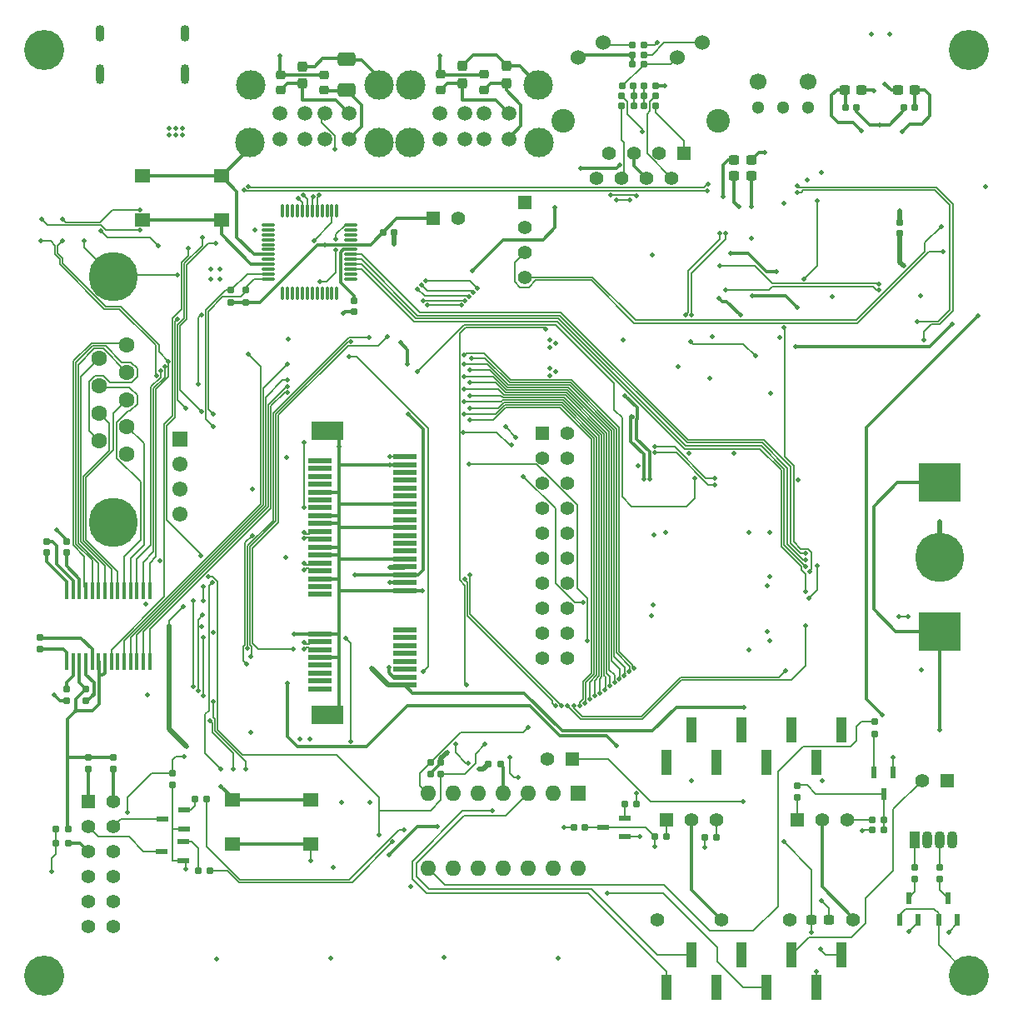
<source format=gbl>
G04 #@! TF.GenerationSoftware,KiCad,Pcbnew,8.0.2-1*
G04 #@! TF.CreationDate,2024-06-26T09:27:30-04:00*
G04 #@! TF.ProjectId,MiniCamel,4d696e69-4361-46d6-956c-2e6b69636164,2.1*
G04 #@! TF.SameCoordinates,PX16e3600PY6052340*
G04 #@! TF.FileFunction,Copper,L4,Bot*
G04 #@! TF.FilePolarity,Positive*
%FSLAX46Y46*%
G04 Gerber Fmt 4.6, Leading zero omitted, Abs format (unit mm)*
G04 Created by KiCad (PCBNEW 8.0.2-1) date 2024-06-26 09:27:30*
%MOMM*%
%LPD*%
G01*
G04 APERTURE LIST*
G04 Aperture macros list*
%AMRoundRect*
0 Rectangle with rounded corners*
0 $1 Rounding radius*
0 $2 $3 $4 $5 $6 $7 $8 $9 X,Y pos of 4 corners*
0 Add a 4 corners polygon primitive as box body*
4,1,4,$2,$3,$4,$5,$6,$7,$8,$9,$2,$3,0*
0 Add four circle primitives for the rounded corners*
1,1,$1+$1,$2,$3*
1,1,$1+$1,$4,$5*
1,1,$1+$1,$6,$7*
1,1,$1+$1,$8,$9*
0 Add four rect primitives between the rounded corners*
20,1,$1+$1,$2,$3,$4,$5,0*
20,1,$1+$1,$4,$5,$6,$7,0*
20,1,$1+$1,$6,$7,$8,$9,0*
20,1,$1+$1,$8,$9,$2,$3,0*%
G04 Aperture macros list end*
G04 #@! TA.AperFunction,ComponentPad*
%ADD10C,1.500000*%
G04 #@! TD*
G04 #@! TA.AperFunction,ComponentPad*
%ADD11C,3.000000*%
G04 #@! TD*
G04 #@! TA.AperFunction,ComponentPad*
%ADD12R,1.397000X1.397000*%
G04 #@! TD*
G04 #@! TA.AperFunction,ComponentPad*
%ADD13C,1.397000*%
G04 #@! TD*
G04 #@! TA.AperFunction,ComponentPad*
%ADD14C,4.064000*%
G04 #@! TD*
G04 #@! TA.AperFunction,ComponentPad*
%ADD15C,0.500000*%
G04 #@! TD*
G04 #@! TA.AperFunction,ComponentPad*
%ADD16R,1.408000X1.408000*%
G04 #@! TD*
G04 #@! TA.AperFunction,ComponentPad*
%ADD17C,1.408000*%
G04 #@! TD*
G04 #@! TA.AperFunction,ComponentPad*
%ADD18C,1.530000*%
G04 #@! TD*
G04 #@! TA.AperFunction,ComponentPad*
%ADD19C,2.400000*%
G04 #@! TD*
G04 #@! TA.AperFunction,ComponentPad*
%ADD20C,1.600000*%
G04 #@! TD*
G04 #@! TA.AperFunction,ComponentPad*
%ADD21C,5.000000*%
G04 #@! TD*
G04 #@! TA.AperFunction,ComponentPad*
%ADD22R,1.070000X1.800000*%
G04 #@! TD*
G04 #@! TA.AperFunction,ComponentPad*
%ADD23O,1.070000X1.800000*%
G04 #@! TD*
G04 #@! TA.AperFunction,ComponentPad*
%ADD24O,0.900000X2.000000*%
G04 #@! TD*
G04 #@! TA.AperFunction,ComponentPad*
%ADD25O,0.900000X1.700000*%
G04 #@! TD*
G04 #@! TA.AperFunction,ComponentPad*
%ADD26C,1.300000*%
G04 #@! TD*
G04 #@! TA.AperFunction,ComponentPad*
%ADD27C,1.700000*%
G04 #@! TD*
G04 #@! TA.AperFunction,ComponentPad*
%ADD28R,1.600000X1.600000*%
G04 #@! TD*
G04 #@! TA.AperFunction,ComponentPad*
%ADD29O,1.600000X1.600000*%
G04 #@! TD*
G04 #@! TA.AperFunction,ComponentPad*
%ADD30R,1.530000X1.530000*%
G04 #@! TD*
G04 #@! TA.AperFunction,ComponentPad*
%ADD31C,1.550000*%
G04 #@! TD*
G04 #@! TA.AperFunction,SMDPad,CuDef*
%ADD32RoundRect,0.218750X-0.256250X0.218750X-0.256250X-0.218750X0.256250X-0.218750X0.256250X0.218750X0*%
G04 #@! TD*
G04 #@! TA.AperFunction,SMDPad,CuDef*
%ADD33RoundRect,0.160000X-0.160000X0.197500X-0.160000X-0.197500X0.160000X-0.197500X0.160000X0.197500X0*%
G04 #@! TD*
G04 #@! TA.AperFunction,SMDPad,CuDef*
%ADD34RoundRect,0.160000X0.197500X0.160000X-0.197500X0.160000X-0.197500X-0.160000X0.197500X-0.160000X0*%
G04 #@! TD*
G04 #@! TA.AperFunction,SMDPad,CuDef*
%ADD35RoundRect,0.155000X-0.212500X-0.155000X0.212500X-0.155000X0.212500X0.155000X-0.212500X0.155000X0*%
G04 #@! TD*
G04 #@! TA.AperFunction,SMDPad,CuDef*
%ADD36RoundRect,0.160000X0.160000X-0.197500X0.160000X0.197500X-0.160000X0.197500X-0.160000X-0.197500X0*%
G04 #@! TD*
G04 #@! TA.AperFunction,SMDPad,CuDef*
%ADD37RoundRect,0.237500X0.300000X0.237500X-0.300000X0.237500X-0.300000X-0.237500X0.300000X-0.237500X0*%
G04 #@! TD*
G04 #@! TA.AperFunction,SMDPad,CuDef*
%ADD38R,1.000000X2.510000*%
G04 #@! TD*
G04 #@! TA.AperFunction,SMDPad,CuDef*
%ADD39RoundRect,0.155000X0.212500X0.155000X-0.212500X0.155000X-0.212500X-0.155000X0.212500X-0.155000X0*%
G04 #@! TD*
G04 #@! TA.AperFunction,SMDPad,CuDef*
%ADD40RoundRect,0.155000X-0.155000X0.212500X-0.155000X-0.212500X0.155000X-0.212500X0.155000X0.212500X0*%
G04 #@! TD*
G04 #@! TA.AperFunction,SMDPad,CuDef*
%ADD41R,1.600000X1.400000*%
G04 #@! TD*
G04 #@! TA.AperFunction,SMDPad,CuDef*
%ADD42RoundRect,0.160000X-0.197500X-0.160000X0.197500X-0.160000X0.197500X0.160000X-0.197500X0.160000X0*%
G04 #@! TD*
G04 #@! TA.AperFunction,SMDPad,CuDef*
%ADD43R,1.200000X0.600000*%
G04 #@! TD*
G04 #@! TA.AperFunction,SMDPad,CuDef*
%ADD44RoundRect,0.155000X0.155000X-0.212500X0.155000X0.212500X-0.155000X0.212500X-0.155000X-0.212500X0*%
G04 #@! TD*
G04 #@! TA.AperFunction,SMDPad,CuDef*
%ADD45R,0.450000X1.750000*%
G04 #@! TD*
G04 #@! TA.AperFunction,SMDPad,CuDef*
%ADD46O,0.300000X1.400000*%
G04 #@! TD*
G04 #@! TA.AperFunction,SMDPad,CuDef*
%ADD47O,1.400000X0.300000*%
G04 #@! TD*
G04 #@! TA.AperFunction,SMDPad,CuDef*
%ADD48R,0.600000X1.200000*%
G04 #@! TD*
G04 #@! TA.AperFunction,SMDPad,CuDef*
%ADD49RoundRect,0.237500X-0.300000X-0.237500X0.300000X-0.237500X0.300000X0.237500X-0.300000X0.237500X0*%
G04 #@! TD*
G04 #@! TA.AperFunction,SMDPad,CuDef*
%ADD50RoundRect,0.237500X0.237500X-0.300000X0.237500X0.300000X-0.237500X0.300000X-0.237500X-0.300000X0*%
G04 #@! TD*
G04 #@! TA.AperFunction,SMDPad,CuDef*
%ADD51RoundRect,0.250000X0.650000X-0.412500X0.650000X0.412500X-0.650000X0.412500X-0.650000X-0.412500X0*%
G04 #@! TD*
G04 #@! TA.AperFunction,SMDPad,CuDef*
%ADD52R,2.400000X0.600000*%
G04 #@! TD*
G04 #@! TA.AperFunction,SMDPad,CuDef*
%ADD53R,3.200000X1.900000*%
G04 #@! TD*
G04 #@! TA.AperFunction,SMDPad,CuDef*
%ADD54R,4.200000X3.900000*%
G04 #@! TD*
G04 #@! TA.AperFunction,SMDPad,CuDef*
%ADD55C,5.000000*%
G04 #@! TD*
G04 #@! TA.AperFunction,ViaPad*
%ADD56C,0.460000*%
G04 #@! TD*
G04 #@! TA.AperFunction,Conductor*
%ADD57C,0.180000*%
G04 #@! TD*
G04 #@! TA.AperFunction,Conductor*
%ADD58C,0.127000*%
G04 #@! TD*
G04 #@! TA.AperFunction,Conductor*
%ADD59C,0.360000*%
G04 #@! TD*
G04 #@! TA.AperFunction,Conductor*
%ADD60C,0.500000*%
G04 #@! TD*
G04 #@! TA.AperFunction,Conductor*
%ADD61C,0.400000*%
G04 #@! TD*
G04 APERTURE END LIST*
D10*
X50220000Y64990000D03*
X47720000Y64990000D03*
X45720000Y64990000D03*
X43220000Y64990000D03*
X50220000Y67590000D03*
X47720000Y67590000D03*
X45720000Y67590000D03*
X43220000Y67590000D03*
D11*
X53270000Y64640000D03*
X53220000Y70440000D03*
X40220000Y70440000D03*
X40170000Y64640000D03*
D12*
X51875000Y58560000D03*
D13*
X51875000Y56020000D03*
X51875000Y53480000D03*
X51875000Y50940000D03*
D14*
X97000000Y-20000000D03*
D10*
X34000000Y65000000D03*
X31500000Y65000000D03*
X29500000Y65000000D03*
X27000000Y65000000D03*
X34000000Y67600000D03*
X31500000Y67600000D03*
X29500000Y67600000D03*
X27000000Y67600000D03*
D11*
X37050000Y64650000D03*
X37000000Y70450000D03*
X24000000Y70450000D03*
X23950000Y64650000D03*
D15*
X20910000Y50740000D03*
X20910000Y51740000D03*
X19910000Y50740000D03*
X19910000Y51740000D03*
D14*
X3000000Y-20000000D03*
D16*
X68050000Y63550000D03*
D17*
X66780000Y61010000D03*
X65510000Y63550000D03*
X64240000Y61010000D03*
X62970000Y63550000D03*
X61700000Y61010000D03*
X60430000Y63550000D03*
X59160000Y61010000D03*
D18*
X69930000Y74800000D03*
X67390000Y73280000D03*
X59820000Y74800000D03*
X57280000Y73280000D03*
D19*
X71480000Y66850000D03*
X55730000Y66850000D03*
D12*
X7480000Y-2350000D03*
D13*
X7480000Y-4890000D03*
X7480000Y-7430000D03*
X7480000Y-9970000D03*
X7480000Y-12510000D03*
X7480000Y-15050000D03*
X10020000Y-15050000D03*
X10020000Y-12510000D03*
X10020000Y-9970000D03*
X10020000Y-7430000D03*
X10020000Y-4890000D03*
X10020000Y-2350000D03*
D12*
X79500000Y-4250000D03*
D13*
X82040000Y-4250000D03*
X84580000Y-4250000D03*
X65348800Y-14375000D03*
X71851200Y-14375000D03*
D20*
X11420000Y44045000D03*
X11420000Y41275000D03*
X11420000Y38505000D03*
X11420000Y35735000D03*
X11420000Y32965000D03*
X8580000Y42660000D03*
X8580000Y39890000D03*
X8580000Y37120000D03*
X8580000Y34350000D03*
D21*
X10000000Y26010000D03*
X10000000Y51000000D03*
D22*
X91520000Y-6210000D03*
D23*
X92790000Y-6210000D03*
X94060000Y-6210000D03*
X95330000Y-6210000D03*
D12*
X53670000Y35110000D03*
D13*
X56210000Y35110000D03*
X53670000Y32570000D03*
X56210000Y32570000D03*
X53670000Y30030000D03*
X56210000Y30030000D03*
X53670000Y27490000D03*
X56210000Y27490000D03*
X53670000Y24950000D03*
X56210000Y24950000D03*
X53670000Y22410000D03*
X56210000Y22410000D03*
X53670000Y19870000D03*
X56210000Y19870000D03*
X53670000Y17330000D03*
X56210000Y17330000D03*
X53670000Y14790000D03*
X56210000Y14790000D03*
X53670000Y12250000D03*
X56210000Y12250000D03*
D12*
X94760000Y-250000D03*
D13*
X92220000Y-250000D03*
D14*
X3000000Y74000000D03*
D13*
X78748800Y-14375000D03*
X85251200Y-14375000D03*
D24*
X17325000Y71570000D03*
D25*
X17325000Y75750000D03*
D24*
X8675000Y71570000D03*
D25*
X8675000Y75750000D03*
D12*
X56650000Y1990000D03*
D13*
X54110000Y1990000D03*
D14*
X97000000Y74000000D03*
D26*
X80640000Y68170000D03*
X78100000Y68170000D03*
X75560000Y68170000D03*
D27*
X80640000Y70790000D03*
X75560000Y70790000D03*
D28*
X57260000Y-1530000D03*
D29*
X54720000Y-1530000D03*
X52180000Y-1530000D03*
X49640000Y-1530000D03*
X47100000Y-1530000D03*
X44560000Y-1530000D03*
X42020000Y-1530000D03*
X42020000Y-9150000D03*
X44560000Y-9150000D03*
X47100000Y-9150000D03*
X49640000Y-9150000D03*
X52180000Y-9150000D03*
X54720000Y-9150000D03*
X57260000Y-9150000D03*
D30*
X16840000Y34460000D03*
D31*
X16840000Y31920000D03*
X16840000Y29380000D03*
X16840000Y26840000D03*
D12*
X66250000Y-4250000D03*
D13*
X68790000Y-4250000D03*
X71330000Y-4250000D03*
D32*
X31425000Y71525000D03*
X31425000Y69950000D03*
D33*
X10040000Y2117500D03*
X10040000Y922500D03*
D34*
X88337500Y-4210000D03*
X87142500Y-4210000D03*
D35*
X62810000Y72570000D03*
X63945000Y72570000D03*
D36*
X94060000Y-10217500D03*
X94060000Y-9022500D03*
D32*
X47700000Y71575000D03*
X47700000Y70000000D03*
D37*
X91475000Y69925000D03*
X89750000Y69925000D03*
D38*
X66290000Y1625000D03*
X68830000Y4935000D03*
X71370000Y1625000D03*
X73910000Y4935000D03*
X76450000Y1625000D03*
X78990000Y4935000D03*
X81530000Y1625000D03*
X84070000Y4935000D03*
X84040000Y-17910000D03*
X81500000Y-21220000D03*
X78960000Y-17910000D03*
X76420000Y-21220000D03*
X73880000Y-17910000D03*
X71340000Y-21220000D03*
X68800000Y-17910000D03*
X66260000Y-21220000D03*
D39*
X62882500Y70340000D03*
X61747500Y70340000D03*
D40*
X16050000Y510000D03*
X16050000Y-625000D03*
D34*
X19885000Y-9350000D03*
X18690000Y-9350000D03*
D41*
X21000000Y56750000D03*
X13000000Y56750000D03*
X21000000Y61250000D03*
X13000000Y61250000D03*
D37*
X74850000Y62825000D03*
X73125000Y62825000D03*
D39*
X38567500Y55500000D03*
X37432500Y55500000D03*
D33*
X42260000Y1627500D03*
X42260000Y432500D03*
D40*
X7250000Y9067500D03*
X7250000Y7932500D03*
D42*
X63972500Y69350000D03*
X65167500Y69350000D03*
D36*
X43300000Y420000D03*
X43300000Y1615000D03*
D33*
X7500000Y2157500D03*
X7500000Y962500D03*
D39*
X88307500Y-5240000D03*
X87172500Y-5240000D03*
D43*
X62040000Y-4030000D03*
X62040000Y-5930000D03*
X59840000Y-4980000D03*
D34*
X19545000Y-2100000D03*
X18350000Y-2100000D03*
X49367500Y1500000D03*
X48172500Y1500000D03*
D41*
X30100000Y-6650000D03*
X22100000Y-6650000D03*
X30100000Y-2150000D03*
X22100000Y-2150000D03*
D44*
X2575000Y13157500D03*
X2575000Y14292500D03*
D33*
X22000000Y49597500D03*
X22000000Y48402500D03*
D44*
X89950000Y55382500D03*
X89950000Y56517500D03*
D34*
X62912500Y68350000D03*
X61717500Y68350000D03*
D32*
X27025000Y71512500D03*
X27025000Y69937500D03*
D45*
X5275000Y19100000D03*
X5925000Y19100000D03*
X6575000Y19100000D03*
X7225000Y19100000D03*
X7875000Y19100000D03*
X8525000Y19100000D03*
X9175000Y19100000D03*
X9825000Y19100000D03*
X10475000Y19100000D03*
X11125000Y19100000D03*
X11775000Y19100000D03*
X12425000Y19100000D03*
X13075000Y19100000D03*
X13725000Y19100000D03*
X13725000Y11900000D03*
X13075000Y11900000D03*
X12425000Y11900000D03*
X11775000Y11900000D03*
X11125000Y11900000D03*
X10475000Y11900000D03*
X9825000Y11900000D03*
X9175000Y11900000D03*
X8525000Y11900000D03*
X7875000Y11900000D03*
X7225000Y11900000D03*
X6575000Y11900000D03*
X5925000Y11900000D03*
X5275000Y11900000D03*
D46*
X32750000Y49300000D03*
X32250000Y49300000D03*
X31750000Y49300000D03*
X31250000Y49300000D03*
X30750000Y49300000D03*
X30250000Y49300000D03*
X29750000Y49300000D03*
X29250000Y49300000D03*
X28750000Y49300000D03*
X28250000Y49300000D03*
X27750000Y49300000D03*
X27250000Y49300000D03*
D47*
X25800000Y50750000D03*
X25800000Y51250000D03*
X25800000Y51750000D03*
X25800000Y52250000D03*
X25800000Y52750000D03*
X25800000Y53250000D03*
X25800000Y53750000D03*
X25800000Y54250000D03*
X25800000Y54750000D03*
X25800000Y55250000D03*
X25800000Y55750000D03*
X25800000Y56250000D03*
D46*
X27250000Y57700000D03*
X27750000Y57700000D03*
X28250000Y57700000D03*
X28750000Y57700000D03*
X29250000Y57700000D03*
X29750000Y57700000D03*
X30250000Y57700000D03*
X30750000Y57700000D03*
X31250000Y57700000D03*
X31750000Y57700000D03*
X32250000Y57700000D03*
X32750000Y57700000D03*
D47*
X34200000Y56250000D03*
X34200000Y55750000D03*
X34200000Y55250000D03*
X34200000Y54750000D03*
X34200000Y54250000D03*
X34200000Y53750000D03*
X34200000Y53250000D03*
X34200000Y52750000D03*
X34200000Y52250000D03*
X34200000Y51750000D03*
X34200000Y51250000D03*
X34200000Y50750000D03*
D34*
X5422500Y-6600000D03*
X4227500Y-6600000D03*
X5425000Y-5125000D03*
X4230000Y-5125000D03*
D42*
X65052500Y-5920000D03*
X66247500Y-5920000D03*
D35*
X84432500Y68160000D03*
X85567500Y68160000D03*
X64002500Y70340000D03*
X65137500Y70340000D03*
D48*
X87370000Y620000D03*
X89270000Y620000D03*
X88320000Y-1580000D03*
D44*
X34500000Y47432500D03*
X34500000Y48567500D03*
D49*
X84375000Y69940000D03*
X86100000Y69940000D03*
D39*
X57947500Y-4980000D03*
X56812500Y-4980000D03*
D50*
X49969994Y70665999D03*
X49969994Y72390999D03*
D44*
X3250000Y22932505D03*
X3250000Y24067505D03*
D50*
X29250000Y70637500D03*
X29250000Y72362500D03*
D43*
X17180000Y-6440000D03*
X17180000Y-8340000D03*
X14980000Y-7390000D03*
D50*
X45469994Y70665999D03*
X45469994Y72390999D03*
D34*
X63975000Y74550000D03*
X62780000Y74550000D03*
X63230000Y-2630000D03*
X62035000Y-2630000D03*
D40*
X5250000Y24067500D03*
X5250000Y22932500D03*
D39*
X91482500Y68210000D03*
X90347500Y68210000D03*
D37*
X74862500Y61250000D03*
X73137500Y61250000D03*
D32*
X43275000Y71550000D03*
X43275000Y69975000D03*
D33*
X87375000Y5745000D03*
X87375000Y4550000D03*
D51*
X33750000Y69937500D03*
X33750000Y73062500D03*
D49*
X81012500Y-14350000D03*
X82737500Y-14350000D03*
D48*
X91830000Y-14360000D03*
X89930000Y-14360000D03*
X90880000Y-12160000D03*
D33*
X79510000Y-732500D03*
X79510000Y-1927500D03*
D48*
X95830000Y-14380000D03*
X93930000Y-14380000D03*
X94880000Y-12180000D03*
D52*
X31030500Y9100000D03*
X39630500Y9500000D03*
X31030500Y9900000D03*
X39630500Y10300000D03*
X31030500Y10700000D03*
X39630500Y11100000D03*
X31030500Y11500000D03*
X39630500Y11900000D03*
X31030500Y12300000D03*
X39630500Y12700000D03*
X31030500Y13100000D03*
X39630500Y13500000D03*
X31030500Y13900000D03*
X39630500Y14300000D03*
X31030500Y14700000D03*
X39630500Y15100000D03*
X31030500Y18700000D03*
X39630500Y19100000D03*
X31030500Y19500000D03*
X39630500Y19900000D03*
X31030500Y20300000D03*
X39630500Y20700000D03*
X31030500Y21100000D03*
X39630500Y21500000D03*
X31030500Y21900000D03*
X39630500Y22300000D03*
X31030500Y22700000D03*
X39630500Y23100000D03*
X31030500Y23500000D03*
X39630500Y23900000D03*
X31030500Y24300000D03*
X39630500Y24700000D03*
X31030500Y25100000D03*
X39630500Y25500000D03*
X31030500Y25900000D03*
X39630500Y26300000D03*
X31030500Y26700000D03*
X39630500Y27100000D03*
X31030500Y27500000D03*
X39630500Y27900000D03*
X31030500Y28300000D03*
X39630500Y28700000D03*
X31030500Y29100000D03*
X39630500Y29500000D03*
X31030500Y29900000D03*
X39630500Y30300000D03*
X31030500Y30700000D03*
X39630500Y31100000D03*
X31030500Y31500000D03*
X39630500Y31900000D03*
X31030500Y32300000D03*
X39630500Y32700000D03*
D53*
X31830500Y6450000D03*
X31830500Y35350000D03*
D12*
X42580000Y56925000D03*
D13*
X45120000Y56925000D03*
D33*
X23500000Y49597500D03*
X23500000Y48402500D03*
D43*
X17190000Y-3200000D03*
X17190000Y-5100000D03*
X14990000Y-4150000D03*
D54*
X94000000Y14950000D03*
X94000000Y30050000D03*
D55*
X94000000Y22500000D03*
D42*
X70142500Y-5950000D03*
X71337500Y-5950000D03*
X63972500Y68350000D03*
X65167500Y68350000D03*
X62780000Y73550000D03*
X63975000Y73550000D03*
D40*
X5250000Y9067500D03*
X5250000Y7932500D03*
D34*
X62910000Y69350000D03*
X61715000Y69350000D03*
D36*
X91520000Y-10217500D03*
X91520000Y-9022500D03*
D56*
X69156154Y30546154D03*
X40950000Y41360000D03*
X54000000Y45665000D03*
X45970000Y9530000D03*
X63220000Y-1520000D03*
X51200000Y150000D03*
X50360000Y2174500D03*
X46075000Y1579839D03*
X48550000Y-3280000D03*
X44800000Y3500000D03*
X29392061Y24368400D03*
X29397401Y21168400D03*
X29392061Y25031600D03*
X29397401Y21831600D03*
X29423980Y13168400D03*
X34580000Y20700000D03*
X40000000Y37000000D03*
X29423980Y13831600D03*
X34147000Y3757000D03*
X17220000Y2260000D03*
X33640000Y14280000D03*
X11450000Y-3420000D03*
X31575000Y54225000D03*
X27000000Y73420000D03*
X94020000Y4910000D03*
X27710000Y9710000D03*
X61137671Y3297005D03*
X20175000Y7800000D03*
X23460000Y930000D03*
X19190000Y8425000D03*
X19190000Y14375000D03*
X19100000Y16600000D03*
X18625000Y8900000D03*
X19850000Y5850000D03*
X18125000Y9325000D03*
X18125000Y18025000D03*
X22250000Y920000D03*
X45710000Y43060000D03*
X62980000Y11230000D03*
X46430000Y42730000D03*
X62460000Y10850000D03*
X61960000Y10470000D03*
X45690000Y42100000D03*
X61450000Y10100000D03*
X46300000Y41500000D03*
X60960000Y9734500D03*
X45700000Y40800000D03*
X60460000Y9390000D03*
X46300000Y40200000D03*
X45700000Y39600000D03*
X59960000Y9040000D03*
X59460000Y8700000D03*
X46300000Y38900000D03*
X58950000Y8374500D03*
X45700000Y38300000D03*
X46300000Y37600000D03*
X58440000Y8044500D03*
X57940000Y7680000D03*
X45700000Y37000000D03*
X57420000Y7361566D03*
X46300000Y36400000D03*
X50490000Y33860000D03*
X45630000Y35180000D03*
X50920000Y34670000D03*
X49870000Y35720000D03*
X8728266Y55678266D03*
X14603577Y54096423D03*
X58230000Y13990000D03*
X46150000Y31930000D03*
X4875000Y56825000D03*
X12713000Y57807002D03*
X78350000Y10950000D03*
X56809996Y7361557D03*
X80390000Y15490000D03*
X56200000Y7361557D03*
X2725000Y56850000D03*
X12713000Y55692998D03*
X45750000Y20250000D03*
X54980000Y7360000D03*
X46310000Y20690000D03*
X55590000Y7360000D03*
X17500000Y3200000D03*
X46500000Y51570000D03*
X44000000Y2670000D03*
X19175000Y18025000D03*
X15705000Y15480000D03*
X38100000Y21483500D03*
X17125000Y17450000D03*
X39941077Y42138923D03*
X47220000Y950000D03*
X36250000Y11215000D03*
X54930000Y58030000D03*
X61510000Y62327661D03*
X57490000Y61970000D03*
X74130000Y7235000D03*
X19175000Y19525000D03*
X39200000Y44280000D03*
X38100000Y32683500D03*
X79530000Y59550000D03*
X70425000Y59720000D03*
X23330384Y59770000D03*
X91740000Y46440000D03*
X23770914Y60167000D03*
X79560000Y60250000D03*
X92380000Y44520000D03*
X70450000Y60357003D03*
X76520000Y14960000D03*
X64910000Y17600000D03*
X76510000Y19560000D03*
X65000000Y24750000D03*
X15660000Y42380000D03*
X4850000Y54600000D03*
X2675000Y54600000D03*
X27740000Y40460000D03*
X14393302Y40896399D03*
X32550000Y63950000D03*
X95290000Y46170000D03*
X79380000Y43920000D03*
X73770000Y47070000D03*
X71550000Y48800000D03*
X90775000Y16470000D03*
X87808976Y49648546D03*
X89881000Y16470000D03*
X72300000Y49650000D03*
X87797307Y50235432D03*
X71650000Y52063000D03*
X88207500Y6427500D03*
X97900000Y47000000D03*
X20194000Y14825000D03*
X13320000Y17710000D03*
X73070000Y33043000D03*
X66120000Y70340000D03*
X33400000Y47230000D03*
X74650000Y13030000D03*
X38040000Y11250000D03*
X89950000Y57700000D03*
X83075000Y48975000D03*
X79621001Y30375000D03*
X14760000Y22090000D03*
X81500000Y-19625000D03*
X24150000Y29370000D03*
X38100000Y31883500D03*
X32400000Y-9040000D03*
X63560000Y-5940000D03*
X24440000Y55760000D03*
X4000000Y8500000D03*
X86140000Y-5290000D03*
X92100000Y49080000D03*
X17410000Y-9180000D03*
X76800000Y39175000D03*
X64800000Y53175000D03*
X27780000Y44640000D03*
X74662500Y25000000D03*
X28370000Y14700000D03*
X76200000Y63637500D03*
X41430000Y19113500D03*
X87060000Y75660000D03*
X92130000Y11040000D03*
X76750000Y14000000D03*
X13500000Y8500000D03*
X78200000Y58450000D03*
X81980000Y61580000D03*
X8009521Y8519521D03*
X66162500Y25000000D03*
X81975000Y-12425000D03*
X40290000Y-10960000D03*
X55860000Y-4990000D03*
X43625000Y-18200000D03*
X24020000Y4660000D03*
X76750000Y25000000D03*
X77793000Y44780000D03*
X67450000Y41860000D03*
X55000000Y41300000D03*
X54400000Y41700000D03*
X54400000Y40900000D03*
X89270000Y2120000D03*
X27590000Y22450000D03*
X55225000Y-18250000D03*
X88980000Y75660000D03*
X87893000Y66443000D03*
X32125000Y-18225000D03*
X64750000Y16500000D03*
X61875000Y44550000D03*
X80570000Y60840726D03*
X70630000Y40660000D03*
X38567500Y54302500D03*
X16570000Y51170000D03*
X74925000Y54900000D03*
X27600000Y32610000D03*
X20525000Y-18325000D03*
X76750000Y20500000D03*
X33000000Y33743500D03*
X70900000Y44900000D03*
X20980000Y-800000D03*
X94005000Y26135000D03*
X19045500Y15475000D03*
X36120000Y-2470000D03*
X7025000Y54625000D03*
X4250000Y25260000D03*
X15700000Y65400000D03*
X98700000Y60150000D03*
X33200000Y-2450000D03*
X16400000Y65400000D03*
X43250000Y73390000D03*
X17100000Y65400000D03*
X6250000Y6910000D03*
X63406431Y31775000D03*
X54400000Y44600000D03*
X29000000Y4000000D03*
X17100000Y66100000D03*
X72750000Y53338000D03*
X82050000Y-249500D03*
X55000000Y44200000D03*
X15700000Y66100000D03*
X68750000Y-253000D03*
X16400000Y66100000D03*
X68550000Y33042999D03*
X90350000Y52075000D03*
X30000000Y4000000D03*
X54400000Y43800000D03*
X77410000Y51460000D03*
X94200000Y56100000D03*
X94350000Y53575000D03*
X20190000Y37015000D03*
X20180000Y35740000D03*
X30402500Y54672500D03*
X32676333Y53713001D03*
X32670000Y54810000D03*
X31060000Y50470000D03*
X80420000Y21500000D03*
X80420000Y19000000D03*
X80420000Y22900000D03*
X80725000Y18300000D03*
X81547000Y21625000D03*
X80420000Y22200000D03*
X28815315Y58957000D03*
X29310000Y59273000D03*
X30330668Y59104314D03*
X30950000Y59273000D03*
X23760000Y43120000D03*
X15239500Y41846712D03*
X27740000Y42090000D03*
X14819000Y41437141D03*
X27740000Y39850000D03*
X27740000Y39250000D03*
X3760000Y-9420000D03*
X64530000Y30400000D03*
X62022677Y38912677D03*
X63943431Y30377440D03*
X62721141Y36731141D03*
X86040000Y65810000D03*
X90250000Y65750000D03*
X88420000Y70580000D03*
X87370000Y69910000D03*
X65067000Y33100000D03*
X71162495Y29837005D03*
X71150000Y30525000D03*
X65075166Y33686946D03*
X72000000Y59093000D03*
X74910000Y58100000D03*
X73590000Y58100000D03*
X38100000Y19883500D03*
X42980000Y-4890000D03*
X38020000Y-7780000D03*
X70150000Y-7000000D03*
X65050000Y-6950000D03*
X90900000Y-15540000D03*
X94920000Y-15620000D03*
X38420000Y-6410000D03*
X39580000Y-5190000D03*
X20980000Y990000D03*
X20102661Y19927661D03*
X18680000Y40040000D03*
X52220000Y5170000D03*
X18989500Y47139045D03*
X37040000Y-5730000D03*
X19670000Y20480000D03*
X18946401Y22590000D03*
X47820000Y3500000D03*
X16589500Y46660000D03*
X41780000Y50560000D03*
X41525000Y10900000D03*
X33970000Y42840000D03*
X65280000Y74770000D03*
X47031777Y49799139D03*
X46616704Y49384066D03*
X60610000Y59250000D03*
X41365416Y50139500D03*
X34162339Y44387661D03*
X63160000Y59240000D03*
X63760000Y65710000D03*
X24010000Y12360000D03*
X29440000Y34160000D03*
X45406066Y48106931D03*
X23610000Y11620000D03*
X41957957Y48100000D03*
X29410000Y27580000D03*
X24129500Y24670000D03*
X28320000Y13169500D03*
X41534086Y48580000D03*
X37850000Y44890000D03*
X45786557Y48553920D03*
X62550000Y58770000D03*
X23685417Y13236417D03*
X46201631Y48968993D03*
X36040000Y44850000D03*
X40944916Y49719000D03*
X61160000Y58770000D03*
X81570000Y58730000D03*
X80780831Y21037000D03*
X80200000Y50747000D03*
X78220000Y45820999D03*
X18989500Y37290000D03*
X20410000Y54370000D03*
X19080000Y55000000D03*
X17430500Y37640000D03*
X79535000Y47885000D03*
X74980000Y49080000D03*
X51720000Y30710000D03*
X57752339Y17857661D03*
X17675000Y53845000D03*
X68810000Y47120000D03*
X72300000Y55400000D03*
X68700000Y44420000D03*
X75320000Y42930000D03*
X71650000Y55375000D03*
X68223201Y47104558D03*
X74060000Y-2330000D03*
X81000000Y-15600000D03*
X81875000Y-17350000D03*
X78150000Y-6420000D03*
X60220000Y-11680000D03*
X30100000Y-8330000D03*
D57*
X60950000Y40183344D02*
X55021344Y46112000D01*
X69156154Y28506154D02*
X68310000Y27660000D01*
X55021344Y46112000D02*
X45702000Y46112000D01*
X69156154Y30546154D02*
X69156154Y28506154D01*
X61725923Y28634077D02*
X61725923Y36703338D01*
X61725923Y36703338D02*
X60950000Y37479261D01*
X60950000Y37479261D02*
X60950000Y40183344D01*
X68310000Y27660000D02*
X62700000Y27660000D01*
X45702000Y46112000D02*
X40950000Y41360000D01*
X62700000Y27660000D02*
X61725923Y28634077D01*
D58*
X45841081Y45831500D02*
X45209500Y45199919D01*
X53833500Y45831500D02*
X45841081Y45831500D01*
X54000000Y45665000D02*
X53833500Y45831500D01*
X45209500Y20195823D02*
X45802000Y19603323D01*
X63220000Y-1520000D02*
X63220000Y-2620000D01*
X45802000Y9698000D02*
X45970000Y9530000D01*
X45802000Y19603323D02*
X45802000Y9698000D01*
X45209500Y45199919D02*
X45209500Y20195823D01*
X50360000Y540000D02*
X50750000Y150000D01*
X49920000Y-3790000D02*
X52180000Y-1530000D01*
X42134000Y-11244000D02*
X40870000Y-9980000D01*
X40870000Y-8630000D02*
X45710000Y-3790000D01*
X50360000Y2174500D02*
X50360000Y540000D01*
X58664000Y-11244000D02*
X42134000Y-11244000D01*
X68800000Y-17910000D02*
X65330000Y-17910000D01*
X50750000Y150000D02*
X51200000Y150000D01*
X65330000Y-17910000D02*
X58664000Y-11244000D01*
X40870000Y-9980000D02*
X40870000Y-8630000D01*
X45710000Y-3790000D02*
X49920000Y-3790000D01*
X44800000Y2650000D02*
X44800000Y3500000D01*
X46075000Y1579839D02*
X45870161Y1579839D01*
X45540000Y-3280000D02*
X48550000Y-3280000D01*
X58320000Y-11670000D02*
X41840000Y-11670000D01*
X41840000Y-11670000D02*
X40400000Y-10230000D01*
X45870161Y1579839D02*
X44800000Y2650000D01*
X66260000Y-19610000D02*
X58320000Y-11670000D01*
X40400000Y-8420000D02*
X45540000Y-3280000D01*
X40400000Y-10230000D02*
X40400000Y-8420000D01*
X66260000Y-21220000D02*
X66260000Y-19610000D01*
D59*
X4912500Y13157500D02*
X5275000Y12795000D01*
X5275000Y12795000D02*
X5275000Y11900000D01*
X2575000Y13157500D02*
X4912500Y13157500D01*
X7875000Y13135000D02*
X7875000Y11900000D01*
X6735000Y14275000D02*
X7875000Y13135000D01*
X2592500Y14275000D02*
X6735000Y14275000D01*
X5925000Y10475000D02*
X5925000Y11900000D01*
X5250000Y9800000D02*
X5925000Y10475000D01*
X5250000Y9275000D02*
X5250000Y9800000D01*
X3250000Y22725005D02*
X3250000Y22000000D01*
X5275000Y19975000D02*
X5275000Y19100000D01*
X3250000Y22000000D02*
X5275000Y19975000D01*
X5925000Y20100000D02*
X5925000Y19100000D01*
X3250000Y24067505D02*
X3807495Y24067505D01*
X4240000Y21785000D02*
X5925000Y20100000D01*
X4240000Y23635000D02*
X4240000Y21785000D01*
X3807495Y24067505D02*
X4240000Y23635000D01*
D58*
X29558561Y24534900D02*
X29392061Y24368400D01*
X29895600Y24534900D02*
X29558561Y24534900D01*
X29563901Y21334900D02*
X29397401Y21168400D01*
X29895600Y21334900D02*
X29563901Y21334900D01*
X29895600Y24865100D02*
X29558561Y24865100D01*
X29558561Y24865100D02*
X29392061Y25031600D01*
X29563901Y21665100D02*
X29397401Y21831600D01*
X29895600Y21665100D02*
X29563901Y21665100D01*
X29895600Y13334900D02*
X29590480Y13334900D01*
X29590480Y13334900D02*
X29423980Y13168400D01*
D59*
X41520000Y35480000D02*
X40000000Y37000000D01*
X39630500Y20700000D02*
X41000000Y20700000D01*
X41520000Y21220000D02*
X41520000Y35480000D01*
X41000000Y20700000D02*
X41520000Y21220000D01*
X39630500Y20700000D02*
X34580000Y20700000D01*
D58*
X29895600Y13665100D02*
X29590480Y13665100D01*
X29590480Y13665100D02*
X29423980Y13831600D01*
X11450000Y-1925000D02*
X11450000Y-3420000D01*
D59*
X5422500Y-6600000D02*
X6650000Y-6600000D01*
D58*
X34170000Y13750000D02*
X33640000Y14280000D01*
X13885000Y510000D02*
X11450000Y-1925000D01*
X17220000Y2260000D02*
X16410000Y2260000D01*
X16410000Y2260000D02*
X16050000Y1900000D01*
X16050000Y1900000D02*
X16050000Y510000D01*
D59*
X6650000Y-6600000D02*
X7480000Y-7430000D01*
D58*
X34147000Y3757000D02*
X34170000Y3780000D01*
X34170000Y3780000D02*
X34170000Y13750000D01*
X16050000Y510000D02*
X13885000Y510000D01*
D59*
X27287500Y71500000D02*
X27000000Y71787500D01*
X30735000Y54225000D02*
X24912500Y48402500D01*
X31212500Y71500000D02*
X27287500Y71500000D01*
X27000000Y73420000D02*
X27000000Y71927500D01*
X34200000Y54250000D02*
X36182500Y54250000D01*
X38857500Y56925000D02*
X42580000Y56925000D01*
X31600000Y54250000D02*
X34200000Y54250000D01*
X31575000Y54225000D02*
X31600000Y54250000D01*
X31575000Y54225000D02*
X30735000Y54225000D01*
X24912500Y48402500D02*
X22000000Y48402500D01*
X36182500Y54250000D02*
X38857500Y56925000D01*
X94020000Y4910000D02*
X94020000Y11190000D01*
X89700000Y30050000D02*
X87310000Y27660000D01*
X60147000Y4323000D02*
X55428278Y4323000D01*
X89540000Y14950000D02*
X94000000Y14950000D01*
X35810000Y3220000D02*
X28740000Y3220000D01*
X39950000Y7360000D02*
X35810000Y3220000D01*
X87310000Y27660000D02*
X87310000Y17180000D01*
X94010000Y14940000D02*
X94010000Y11200000D01*
X27710000Y4250000D02*
X27710000Y9710000D01*
X94000000Y30050000D02*
X89700000Y30050000D01*
X94020000Y11190000D02*
X94010000Y11200000D01*
X61137671Y3297005D02*
X61137671Y3332329D01*
X28740000Y3220000D02*
X27710000Y4250000D01*
X61137671Y3332329D02*
X60147000Y4323000D01*
X87310000Y17180000D02*
X89540000Y14950000D01*
X55428278Y4323000D02*
X52391278Y7360000D01*
X52391278Y7360000D02*
X39950000Y7360000D01*
D58*
X23460000Y930000D02*
X23460000Y1710790D01*
X20175000Y6229677D02*
X20175000Y7800000D01*
X20360500Y6044177D02*
X20175000Y6229677D01*
X19190000Y14375000D02*
X19190000Y8425000D01*
X20360500Y4810290D02*
X20360500Y6044177D01*
X23460000Y1710790D02*
X20360500Y4810290D01*
X18625000Y16125000D02*
X18625000Y8900000D01*
X19100000Y16600000D02*
X18625000Y16125000D01*
X19850000Y5850000D02*
X20106500Y5593500D01*
X20106500Y4705080D02*
X22250000Y2561580D01*
X22250000Y2561580D02*
X22250000Y920000D01*
X20106500Y5593500D02*
X20106500Y4705080D01*
X18125000Y18025000D02*
X18125000Y9325000D01*
X50395760Y40479500D02*
X56598920Y40479500D01*
X45840000Y43190000D02*
X47685260Y43190000D01*
X61445423Y35632997D02*
X61445423Y12877464D01*
X45710000Y43060000D02*
X45840000Y43190000D01*
X47685260Y43190000D02*
X50395760Y40479500D01*
X62813500Y11509387D02*
X62813500Y11396500D01*
X56598920Y40479500D02*
X61445423Y35632997D01*
X61445423Y12877464D02*
X62813500Y11509387D01*
X62813500Y11396500D02*
X62980000Y11230000D01*
X62559500Y11404177D02*
X61191423Y12772254D01*
X61191423Y12772254D02*
X61191423Y35527787D01*
X62612662Y11002662D02*
X62559500Y11055823D01*
X62460000Y10850000D02*
X62612662Y11002662D01*
X50290550Y40225500D02*
X47786050Y42730000D01*
X47786050Y42730000D02*
X46430000Y42730000D01*
X56493710Y40225500D02*
X50290550Y40225500D01*
X62559500Y11055823D02*
X62559500Y11404177D01*
X61191423Y35527787D02*
X56493710Y40225500D01*
X62102662Y10612662D02*
X62039500Y10675823D01*
X48056840Y42100000D02*
X45690000Y42100000D01*
X61960000Y10470000D02*
X62102662Y10612662D01*
X60937423Y12345464D02*
X60937423Y35422577D01*
X62039500Y10675823D02*
X62039500Y11243387D01*
X56388500Y39971500D02*
X50185340Y39971500D01*
X60937423Y35422577D02*
X56388500Y39971500D01*
X62039500Y11243387D02*
X60937423Y12345464D01*
X50185340Y39971500D02*
X48056840Y42100000D01*
X61539500Y10295823D02*
X61539500Y11102597D01*
X48297630Y41500000D02*
X46300000Y41500000D01*
X60683423Y35317367D02*
X56283290Y39717500D01*
X61539500Y11102597D02*
X60683423Y11958674D01*
X56283290Y39717500D02*
X50080130Y39717500D01*
X61450000Y10100000D02*
X61592662Y10242662D01*
X60683423Y11958674D02*
X60683423Y35317367D01*
X50080130Y39717500D02*
X48297630Y41500000D01*
X61592662Y10242662D02*
X61539500Y10295823D01*
X60960000Y9734500D02*
X60960000Y10523097D01*
X60960000Y10523097D02*
X60429423Y11053674D01*
X56178080Y39463500D02*
X49974920Y39463500D01*
X48638420Y40800000D02*
X45700000Y40800000D01*
X49974920Y39463500D02*
X48638420Y40800000D01*
X60429423Y35212157D02*
X56178080Y39463500D01*
X60429423Y11053674D02*
X60429423Y35212157D01*
X60175423Y10666884D02*
X60175423Y35106947D01*
X60460000Y9390000D02*
X60460000Y10382307D01*
X60175423Y35106947D02*
X56072870Y39209500D01*
X48879210Y40200000D02*
X46300000Y40200000D01*
X60460000Y10382307D02*
X60175423Y10666884D01*
X49869710Y39209500D02*
X48879210Y40200000D01*
X56072870Y39209500D02*
X49869710Y39209500D01*
X49120000Y39600000D02*
X45700000Y39600000D01*
X59921423Y10439094D02*
X59921423Y35001737D01*
X59921423Y35001737D02*
X55967660Y38955500D01*
X49764500Y38955500D02*
X49120000Y39600000D01*
X60039500Y9215823D02*
X60039500Y10321017D01*
X59960000Y9040000D02*
X60087662Y9167662D01*
X60039500Y10321017D02*
X59921423Y10439094D01*
X60087662Y9167662D02*
X60039500Y9215823D01*
X55967660Y38955500D02*
X49764500Y38955500D01*
X59667423Y10333884D02*
X59667423Y34896527D01*
X59460000Y10100727D02*
X59680290Y10321017D01*
X59667423Y34896527D02*
X55862450Y38701500D01*
X46320000Y38920000D02*
X46300000Y38900000D01*
X59460000Y8700000D02*
X59460000Y10100727D01*
X49648500Y38701500D02*
X49430000Y38920000D01*
X59680290Y10321017D02*
X59667423Y10333884D01*
X55862450Y38701500D02*
X49648500Y38701500D01*
X49430000Y38920000D02*
X46320000Y38920000D01*
X58950000Y9949937D02*
X58950000Y8374500D01*
X49460000Y38300000D02*
X49607500Y38447500D01*
X59413423Y34791317D02*
X59413423Y10413360D01*
X55757240Y38447500D02*
X59413423Y34791317D01*
X49607500Y38447500D02*
X55757240Y38447500D01*
X59413423Y10413360D02*
X58950000Y9949937D01*
X45700000Y38300000D02*
X49460000Y38300000D01*
X46300000Y37600000D02*
X49119210Y37600000D01*
X49712710Y38193500D02*
X55652030Y38193500D01*
X59159423Y10518570D02*
X58440000Y9799147D01*
X59159423Y34686107D02*
X59159423Y10518570D01*
X55652030Y38193500D02*
X59159423Y34686107D01*
X58440000Y9799147D02*
X58440000Y8044500D01*
X49119210Y37600000D02*
X49712710Y38193500D01*
X57940000Y7680000D02*
X58074912Y7814912D01*
X55546820Y37939500D02*
X49817920Y37939500D01*
X49817920Y37939500D02*
X48878420Y37000000D01*
X58905423Y10623780D02*
X58905423Y34580897D01*
X58074912Y7814912D02*
X58019500Y7870323D01*
X48878420Y37000000D02*
X45700000Y37000000D01*
X58905423Y34580897D02*
X55546820Y37939500D01*
X58019500Y7870323D02*
X58019500Y9737857D01*
X58019500Y9737857D02*
X58905423Y10623780D01*
X46300000Y36400000D02*
X48637630Y36400000D01*
X58651423Y10728990D02*
X57765500Y9843067D01*
X57765500Y8100177D02*
X57420000Y7754677D01*
X57420000Y7754677D02*
X57420000Y7361566D01*
X58651423Y34475687D02*
X58651423Y10728990D01*
X55441610Y37685500D02*
X58651423Y34475687D01*
X57765500Y9843067D02*
X57765500Y8100177D01*
X49923130Y37685500D02*
X55441610Y37685500D01*
X48637630Y36400000D02*
X49923130Y37685500D01*
X50490000Y33860000D02*
X50310000Y33860000D01*
X48980000Y35190000D02*
X45640000Y35190000D01*
X50310000Y33860000D02*
X48980000Y35190000D01*
X45640000Y35190000D02*
X45630000Y35180000D01*
X50920000Y34670000D02*
X49870000Y35720000D01*
X9456532Y54950000D02*
X13750000Y54950000D01*
X8728266Y55678266D02*
X9456532Y54950000D01*
X13750000Y54950000D02*
X14603577Y54096423D01*
X58230923Y13990923D02*
X58230923Y18319077D01*
X53027236Y31930000D02*
X46150000Y31930000D01*
X55849000Y29141000D02*
X55816236Y29141000D01*
X58230923Y18319077D02*
X57190000Y19360000D01*
X58230000Y13990000D02*
X58230923Y13990923D01*
X55816236Y29141000D02*
X53027236Y31930000D01*
X57190000Y19360000D02*
X57190000Y27800000D01*
X57190000Y27800000D02*
X55849000Y29141000D01*
X9957002Y57807002D02*
X8650000Y56500000D01*
X8650000Y56500000D02*
X5200000Y56500000D01*
X5200000Y56500000D02*
X4875000Y56825000D01*
X12713000Y57807002D02*
X9957002Y57807002D01*
X57656767Y6264000D02*
X56809996Y7110771D01*
X56809996Y7110771D02*
X56809996Y7361557D01*
X77644000Y10244000D02*
X67664000Y10244000D01*
X67664000Y10244000D02*
X63684000Y6264000D01*
X63684000Y6264000D02*
X57656767Y6264000D01*
X78350000Y10950000D02*
X77644000Y10244000D01*
X63789210Y6010000D02*
X67769210Y9990000D01*
X80390000Y11450000D02*
X80390000Y15490000D01*
X57551557Y6010000D02*
X63789210Y6010000D01*
X78930000Y9990000D02*
X80390000Y11450000D01*
X67769210Y9990000D02*
X78930000Y9990000D01*
X56200000Y7361557D02*
X57551557Y6010000D01*
X3329000Y56246000D02*
X2725000Y56850000D01*
X8755210Y56246000D02*
X3329000Y56246000D01*
X12713000Y55692998D02*
X12705998Y55700000D01*
X9301210Y55700000D02*
X8755210Y56246000D01*
X12705998Y55700000D02*
X9301210Y55700000D01*
D59*
X68790000Y-11338800D02*
X71826200Y-14375000D01*
X68790000Y-4250000D02*
X68790000Y-11338800D01*
X71826200Y-14375000D02*
X71851200Y-14375000D01*
D58*
X46056000Y16534790D02*
X54670000Y7920790D01*
X46056000Y19944000D02*
X46056000Y16534790D01*
X54670000Y7920790D02*
X54670000Y7670000D01*
X54670000Y7670000D02*
X54980000Y7360000D01*
X45750000Y20250000D02*
X46056000Y19944000D01*
X46310000Y20690000D02*
X46310000Y16675000D01*
X55590000Y7395000D02*
X55590000Y7360000D01*
X46310000Y16675000D02*
X55590000Y7395000D01*
D60*
X47220000Y950000D02*
X47622500Y950000D01*
D59*
X62970000Y62280000D02*
X64240000Y61010000D01*
D60*
X43955462Y2670000D02*
X43300000Y2014538D01*
D59*
X57490000Y61970000D02*
X57541000Y62021000D01*
X40433500Y8697000D02*
X39630500Y9500000D01*
D60*
X39630500Y9500000D02*
X37965000Y9500000D01*
X15705000Y15480000D02*
X15705000Y4995000D01*
X47622500Y950000D02*
X48172500Y1500000D01*
D59*
X51743000Y8697000D02*
X40433500Y8697000D01*
X49640000Y54710000D02*
X46500000Y51570000D01*
X53680000Y54710000D02*
X49640000Y54710000D01*
D60*
X15705000Y4995000D02*
X17500000Y3200000D01*
X37965000Y9500000D02*
X36250000Y11215000D01*
X44000000Y2670000D02*
X43955462Y2670000D01*
D59*
X39941077Y42138923D02*
X39941077Y43538923D01*
X54930000Y55960000D02*
X53680000Y54710000D01*
X54930000Y58030000D02*
X54930000Y55960000D01*
X42260000Y545000D02*
X43300000Y1585000D01*
X39941077Y43538923D02*
X39200000Y44280000D01*
D57*
X38100000Y32683500D02*
X39614000Y32683500D01*
X19175000Y18025000D02*
X19175000Y19525000D01*
D59*
X62780000Y73550000D02*
X57550000Y73550000D01*
X62810000Y72570000D02*
X62810000Y73520000D01*
X67225000Y7235000D02*
X64800000Y4810000D01*
X55630000Y4810000D02*
X51743000Y8697000D01*
D57*
X17125000Y17450000D02*
X15705000Y16030000D01*
D59*
X61203339Y62021000D02*
X61510000Y62327661D01*
X57541000Y62021000D02*
X61203339Y62021000D01*
D60*
X38100000Y21483500D02*
X39614000Y21483500D01*
D59*
X62970000Y63550000D02*
X62970000Y62280000D01*
X74130000Y7235000D02*
X67225000Y7235000D01*
D57*
X15705000Y16030000D02*
X15705000Y15480000D01*
D59*
X64800000Y4810000D02*
X55630000Y4810000D01*
D60*
X43300000Y2014538D02*
X43300000Y1585000D01*
D57*
X79530000Y59550000D02*
X79938322Y59550000D01*
X79938322Y59550000D02*
X80161106Y59772784D01*
X80161106Y59772784D02*
X93543052Y59772784D01*
X95051077Y47625241D02*
X93865836Y46440000D01*
X70425000Y59720000D02*
X23380384Y59720000D01*
X23380384Y59720000D02*
X23330384Y59770000D01*
X93865836Y46440000D02*
X91740000Y46440000D01*
X93543052Y59772784D02*
X95051077Y58264759D01*
X95051077Y58264759D02*
X95051077Y47625241D01*
X70370006Y60357003D02*
X70040003Y60027000D01*
X23910914Y60027000D02*
X23770914Y60167000D01*
X95375000Y58375000D02*
X93670216Y60079784D01*
X70450000Y60357003D02*
X70370006Y60357003D01*
X93992999Y46132999D02*
X95375000Y47515000D01*
X95375000Y47515000D02*
X95375000Y58375000D01*
X79730216Y60079784D02*
X79560000Y60250000D01*
X92380000Y45380000D02*
X93132999Y46132999D01*
X93132999Y46132999D02*
X93992999Y46132999D01*
X92380000Y44520000D02*
X92380000Y45380000D01*
X70040003Y60027000D02*
X23910914Y60027000D01*
X93670216Y60079784D02*
X79730216Y60079784D01*
D58*
X14647302Y43352698D02*
X15620000Y42380000D01*
X4375000Y53359210D02*
X4850000Y52884210D01*
X4850000Y52345058D02*
X9231058Y47964000D01*
X15660000Y42380000D02*
X15660000Y40850000D01*
X4850000Y54600000D02*
X4375000Y54125000D01*
X14647302Y44081908D02*
X14647302Y43352698D01*
X15620000Y42380000D02*
X15660000Y42380000D01*
X10765210Y47964000D02*
X14647302Y44081908D01*
X14378000Y22528000D02*
X13725000Y21875000D01*
X14378000Y39568000D02*
X14378000Y22528000D01*
X15660000Y40850000D02*
X14378000Y39568000D01*
X4850000Y52884210D02*
X4850000Y52345058D01*
X4375000Y54125000D02*
X4375000Y53359210D01*
X13725000Y21875000D02*
X13725000Y19475000D01*
X9231058Y47964000D02*
X10765210Y47964000D01*
X14350000Y40939701D02*
X14393302Y40896399D01*
X9125848Y47710000D02*
X10660000Y47710000D01*
X12425000Y14602008D02*
X25517002Y27694010D01*
X27230000Y40460000D02*
X27740000Y40460000D01*
X14350000Y44020000D02*
X14350000Y40939701D01*
X4121000Y54129000D02*
X4121000Y53254000D01*
X3650000Y54600000D02*
X4121000Y54129000D01*
X4596000Y52239848D02*
X9125848Y47710000D01*
X12425000Y11525000D02*
X12425000Y14602008D01*
X10660000Y47710000D02*
X14350000Y44020000D01*
X2675000Y54600000D02*
X3650000Y54600000D01*
X25517002Y27694010D02*
X25517002Y38747002D01*
X25517002Y38747002D02*
X27230000Y40460000D01*
X4121000Y53254000D02*
X4596000Y52779000D01*
X4596000Y52779000D02*
X4596000Y52239848D01*
X32550000Y65280068D02*
X31175000Y66655068D01*
X32550000Y63950000D02*
X32550000Y65280068D01*
X31175000Y66655068D02*
X31175000Y67275000D01*
X31175000Y67275000D02*
X31500000Y67600000D01*
D59*
X95290000Y46170000D02*
X93040000Y43920000D01*
X72377846Y48462154D02*
X73770000Y47070000D01*
X79460000Y43920000D02*
X79420000Y43880000D01*
X71887846Y48462154D02*
X72377846Y48462154D01*
X71550000Y48800000D02*
X71887846Y48462154D01*
D58*
X79420000Y43880000D02*
X79380000Y43920000D01*
D59*
X93040000Y43920000D02*
X79460000Y43920000D01*
D57*
X87204846Y49993000D02*
X87549300Y49648546D01*
X87549300Y49648546D02*
X87808976Y49648546D01*
X72300000Y49650000D02*
X76700000Y49650000D01*
X77043000Y49993000D02*
X87204846Y49993000D01*
X76700000Y49650000D02*
X77043000Y49993000D01*
X89881000Y16470000D02*
X90775000Y16470000D01*
X87797307Y50235432D02*
X87732739Y50300000D01*
X87732739Y50300000D02*
X77025000Y50300000D01*
X75262000Y52063000D02*
X71650000Y52063000D01*
X77025000Y50300000D02*
X75262000Y52063000D01*
D59*
X88207500Y6427500D02*
X86550000Y8085000D01*
X86550000Y35650000D02*
X97900000Y47000000D01*
X86550000Y8085000D02*
X86550000Y35650000D01*
X32933500Y14700000D02*
X33000000Y14633500D01*
X38040000Y10750000D02*
X38040000Y11250000D01*
X22100000Y-1920000D02*
X20980000Y-800000D01*
D57*
X10000000Y51000000D02*
X7025000Y53975000D01*
D59*
X48975000Y73500000D02*
X49969994Y72505006D01*
D58*
X62040000Y-5930000D02*
X63550000Y-5930000D01*
D59*
X46578995Y73500000D02*
X48975000Y73500000D01*
X75662500Y63637500D02*
X76200000Y63637500D01*
D58*
X16030000Y-5110000D02*
X16040000Y-5100000D01*
D60*
X94000000Y26130000D02*
X94005000Y26135000D01*
D59*
X51307494Y72390999D02*
X53219994Y70478499D01*
X31030500Y20300000D02*
X32976500Y20300000D01*
X5250000Y24260000D02*
X4250000Y25260000D01*
D60*
X38567500Y54302500D02*
X38567500Y55500000D01*
D59*
X33000000Y33743500D02*
X33000000Y34743500D01*
X33000000Y23523500D02*
X33000000Y25503500D01*
X33000000Y6883500D02*
X33000000Y14633500D01*
X33013500Y27900000D02*
X33000000Y27913500D01*
X8050000Y9720000D02*
X8050000Y8560000D01*
X33000000Y29123500D02*
X33000000Y31883500D01*
X30487500Y72362500D02*
X29250000Y72362500D01*
X8009521Y8519521D02*
X7422500Y7932500D01*
D58*
X87172500Y-5240000D02*
X86190000Y-5240000D01*
D59*
X33000000Y31883500D02*
X33000000Y33743500D01*
X45469994Y72390999D02*
X46578995Y73500000D01*
X5242500Y7925000D02*
X4575000Y7925000D01*
D58*
X82737500Y-13187500D02*
X81975000Y-12425000D01*
D59*
X28370000Y14700000D02*
X31030500Y14700000D01*
D58*
X63945000Y72570000D02*
X66680000Y72570000D01*
X90525000Y-13250000D02*
X93450000Y-13250000D01*
D59*
X30100000Y-2150000D02*
X22100000Y-2150000D01*
X25800000Y53250000D02*
X24320000Y53250000D01*
X38490000Y10300000D02*
X38040000Y10750000D01*
X7225000Y10545000D02*
X8050000Y9720000D01*
X31030500Y26700000D02*
X32913500Y26700000D01*
X88903000Y66443000D02*
X87893000Y66443000D01*
X32976500Y20300000D02*
X33000000Y20323500D01*
X74850000Y62825000D02*
X75662500Y63637500D01*
D58*
X89930000Y-13845000D02*
X90525000Y-13250000D01*
X63550000Y-5930000D02*
X63560000Y-5940000D01*
X17410000Y-9180000D02*
X17410000Y-8570000D01*
D59*
X24320000Y53250000D02*
X22580000Y54990000D01*
X66120000Y70340000D02*
X65137500Y70340000D01*
X31030500Y29100000D02*
X32976500Y29100000D01*
X33000000Y25503500D02*
X33000000Y25913500D01*
D58*
X16030000Y-5490000D02*
X16030000Y-677500D01*
D60*
X89950000Y56517500D02*
X89950000Y57700000D01*
D59*
X39630500Y27900000D02*
X33013500Y27900000D01*
X32906500Y22700000D02*
X33000000Y22793500D01*
X31030500Y22700000D02*
X32906500Y22700000D01*
X34500000Y47432500D02*
X33602500Y47432500D01*
X33000000Y26613500D02*
X33000000Y27913500D01*
X35275000Y72975000D02*
X37000000Y71250000D01*
X32913500Y26700000D02*
X33000000Y26613500D01*
X38100000Y31883500D02*
X39614000Y31883500D01*
X33000000Y20323500D02*
X33000000Y22363500D01*
X7225000Y11900000D02*
X7225000Y10545000D01*
X33662500Y73150000D02*
X31275000Y73150000D01*
X90347500Y68210000D02*
X90347500Y67887500D01*
D58*
X93450000Y-13250000D02*
X93930000Y-13730000D01*
D59*
X33003500Y25500000D02*
X33000000Y25503500D01*
X33000000Y27913500D02*
X33000000Y29123500D01*
X22580000Y54990000D02*
X22580000Y59670000D01*
X39630500Y19100000D02*
X41416500Y19100000D01*
X33000000Y19153500D02*
X33000000Y20323500D01*
X33000000Y14633500D02*
X33000000Y19153500D01*
D58*
X89270000Y620000D02*
X89270000Y2120000D01*
D59*
X32976500Y23500000D02*
X33000000Y23523500D01*
X90347500Y67887500D02*
X88903000Y66443000D01*
X85567500Y67742500D02*
X85567500Y68160000D01*
X8050000Y8560000D02*
X8009521Y8519521D01*
X33053500Y19100000D02*
X33000000Y19153500D01*
X31030500Y25900000D02*
X32986500Y25900000D01*
X31030500Y14700000D02*
X32933500Y14700000D01*
X33063500Y22300000D02*
X33000000Y22363500D01*
D57*
X81500000Y-19625000D02*
X81500000Y-21220000D01*
D59*
X22580000Y59670000D02*
X21000000Y61250000D01*
D58*
X16570000Y51170000D02*
X16550000Y51150000D01*
D59*
X21100000Y61250000D02*
X23950000Y64100000D01*
D58*
X93930000Y-16930000D02*
X97000000Y-20000000D01*
D59*
X49969994Y72390999D02*
X51307494Y72390999D01*
X31030500Y23500000D02*
X32976500Y23500000D01*
D58*
X82737500Y-14350000D02*
X82737500Y-13187500D01*
D59*
X39630500Y25500000D02*
X33003500Y25500000D01*
X7422500Y7932500D02*
X7250000Y7932500D01*
X4575000Y7925000D02*
X4000000Y8500000D01*
X5250000Y24067500D02*
X5250000Y24260000D01*
D60*
X94000000Y22500000D02*
X94000000Y26130000D01*
D59*
X39630500Y19100000D02*
X33053500Y19100000D01*
X32986500Y25900000D02*
X33000000Y25913500D01*
X33000000Y12300000D02*
X31030500Y12300000D01*
D58*
X93930000Y-14380000D02*
X93930000Y-16930000D01*
D59*
X39630500Y22300000D02*
X33063500Y22300000D01*
X87893000Y66443000D02*
X86867000Y66443000D01*
X33000000Y25913500D02*
X33000000Y26613500D01*
D58*
X93930000Y-13730000D02*
X93930000Y-14380000D01*
X66680000Y72570000D02*
X67390000Y73280000D01*
D59*
X39630500Y10300000D02*
X38490000Y10300000D01*
D58*
X16040000Y-5100000D02*
X17190000Y-5100000D01*
D59*
X33000000Y22793500D02*
X33000000Y23523500D01*
X33602500Y47432500D02*
X33400000Y47230000D01*
X13000000Y61250000D02*
X21000000Y61250000D01*
D58*
X86190000Y-5240000D02*
X86140000Y-5290000D01*
X16030000Y-8340000D02*
X16030000Y-5110000D01*
D59*
X33000000Y22363500D02*
X33000000Y22793500D01*
D57*
X16550000Y51150000D02*
X10150000Y51150000D01*
D59*
X38100000Y31883500D02*
X33000000Y31883500D01*
X32976500Y29100000D02*
X33000000Y29123500D01*
X33662500Y72975000D02*
X35275000Y72975000D01*
X86867000Y66443000D02*
X85567500Y67742500D01*
D58*
X61747500Y70340000D02*
X63945000Y72537500D01*
X17180000Y-8340000D02*
X16030000Y-8340000D01*
D59*
X31275000Y73150000D02*
X30487500Y72362500D01*
D58*
X56812500Y-4980000D02*
X55870000Y-4980000D01*
D57*
X7025000Y53975000D02*
X7025000Y54625000D01*
D58*
X55870000Y-4980000D02*
X55860000Y-4990000D01*
D60*
X89950000Y52475000D02*
X89950000Y55382500D01*
D59*
X8570000Y7580000D02*
X8570000Y10500000D01*
D58*
X5392500Y2157500D02*
X5385000Y2150000D01*
D59*
X9175000Y11900000D02*
X9175000Y10725000D01*
X8950000Y10500000D02*
X8570000Y10500000D01*
X6250000Y6910000D02*
X7900000Y6910000D01*
X6575000Y11900000D02*
X6575000Y9742500D01*
X6575000Y9742500D02*
X7250000Y9067500D01*
X47428995Y71525000D02*
X43510993Y71525000D01*
X7500000Y2157500D02*
X5392500Y2157500D01*
D60*
X90350000Y52075000D02*
X89950000Y52475000D01*
D59*
X9175000Y10725000D02*
X8950000Y10500000D01*
X6250000Y8067500D02*
X6250000Y6910000D01*
X5385000Y6045000D02*
X5385000Y2150000D01*
X7250000Y9067500D02*
X6250000Y8067500D01*
X76440000Y51460000D02*
X77410000Y51460000D01*
X7500000Y2157500D02*
X10000000Y2157500D01*
X43250000Y73390000D02*
X43250000Y71575000D01*
X74562000Y53338000D02*
X76440000Y51460000D01*
X8570000Y10500000D02*
X8570000Y11855000D01*
X6250000Y6910000D02*
X5385000Y6045000D01*
X7900000Y6910000D02*
X8570000Y7580000D01*
X5385000Y2150000D02*
X5385000Y-5085000D01*
X72750000Y53338000D02*
X74562000Y53338000D01*
D57*
X51875000Y50940000D02*
X58735000Y50940000D01*
X92525000Y54425000D02*
X94200000Y56100000D01*
X85525000Y46575000D02*
X92525000Y53575000D01*
X92525000Y53575000D02*
X92525000Y54425000D01*
X58735000Y50940000D02*
X63100000Y46575000D01*
X63100000Y46575000D02*
X85525000Y46575000D01*
X85652163Y46267999D02*
X92959164Y53575000D01*
X50850000Y52455000D02*
X50850000Y50450000D01*
X58607836Y50633000D02*
X62972837Y46267999D01*
X62972837Y46267999D02*
X85652163Y46267999D01*
X52983000Y50633000D02*
X58607836Y50633000D01*
X51875000Y53480000D02*
X50850000Y52455000D01*
X50850000Y50450000D02*
X51375000Y49925000D01*
X52275000Y49925000D02*
X52983000Y50633000D01*
X51375000Y49925000D02*
X52275000Y49925000D01*
X92959164Y53575000D02*
X94350000Y53575000D01*
D58*
X5970000Y23720000D02*
X5970000Y42420000D01*
X7105000Y19475000D02*
X7105000Y22585000D01*
X7105000Y22585000D02*
X5970000Y23720000D01*
X7800000Y44250000D02*
X11095000Y44250000D01*
X5970000Y42420000D02*
X7800000Y44250000D01*
X8120000Y43670000D02*
X9025000Y43670000D01*
X6477002Y30902515D02*
X6479497Y30905010D01*
X6479497Y42029497D02*
X8120000Y43670000D01*
X6477002Y23930006D02*
X6477002Y30902515D01*
X6479497Y30905010D02*
X6479497Y42029497D01*
X8525000Y19475000D02*
X8525000Y21882008D01*
X9025000Y43670000D02*
X11420000Y41275000D01*
X8525000Y21882008D02*
X6477002Y23930006D01*
X10475000Y21007520D02*
X7237505Y24245015D01*
X7237505Y24245015D02*
X7237505Y30587505D01*
X7237505Y30587505D02*
X10000000Y33350000D01*
X10475000Y19475000D02*
X10475000Y21007520D01*
X10000000Y37085000D02*
X11420000Y38505000D01*
X10000000Y33350000D02*
X10000000Y37085000D01*
X11775000Y19475000D02*
X11775000Y22405000D01*
X13130000Y34025000D02*
X11420000Y35735000D01*
X11775000Y22405000D02*
X13130000Y23760000D01*
X13130000Y23760000D02*
X13130000Y34025000D01*
X6730503Y30797512D02*
X6732998Y30800007D01*
X6732998Y40812998D02*
X8580000Y42660000D01*
X9175000Y21590512D02*
X6730503Y24035009D01*
X6732998Y30800007D02*
X6732998Y40812998D01*
X6730503Y24035009D02*
X6730503Y30797512D01*
X9175000Y19475000D02*
X9175000Y21590512D01*
X11125000Y19475000D02*
X11125000Y22546598D01*
X12450000Y38070000D02*
X12450000Y38930000D01*
X11560000Y37330000D02*
X11710000Y37330000D01*
X12810489Y24232087D02*
X12810489Y30149511D01*
X11610000Y39770000D02*
X8700000Y39770000D01*
X10390000Y36160000D02*
X11560000Y37330000D01*
X12450000Y38930000D02*
X11610000Y39770000D01*
X10390000Y32570000D02*
X10390000Y36160000D01*
X11710000Y37330000D02*
X12450000Y38070000D01*
X12810489Y30149511D02*
X10390000Y32570000D01*
X11125000Y22546598D02*
X12810489Y24232087D01*
X9825000Y19475000D02*
X9825000Y21299016D01*
X6984004Y30692508D02*
X9620000Y33328504D01*
X9620000Y36080000D02*
X8580000Y37120000D01*
X6984004Y24140012D02*
X6984004Y30692508D01*
X9825000Y21299016D02*
X6984004Y24140012D01*
X9620000Y33328504D02*
X9620000Y36080000D01*
X11860000Y40250000D02*
X9660000Y40250000D01*
X8160000Y40910000D02*
X7560000Y40310000D01*
X12460000Y41680000D02*
X12460000Y40850000D01*
X7875000Y22173504D02*
X6223501Y23825003D01*
X11830000Y42310000D02*
X12460000Y41680000D01*
X7560000Y40310000D02*
X7560000Y35370000D01*
X7875000Y19475000D02*
X7875000Y22173504D01*
X9240000Y43950000D02*
X10880000Y42310000D01*
X9000000Y40910000D02*
X8160000Y40910000D01*
X6223501Y23825003D02*
X6223501Y42233501D01*
X12460000Y40850000D02*
X11860000Y40250000D01*
X7940000Y43950000D02*
X9240000Y43950000D01*
X10880000Y42310000D02*
X11830000Y42310000D01*
X9660000Y40250000D02*
X9000000Y40910000D01*
X7560000Y35370000D02*
X8580000Y34350000D01*
X6223501Y42233501D02*
X7940000Y43950000D01*
X19664000Y47479790D02*
X21154210Y48970000D01*
X24350000Y50750000D02*
X25800000Y50750000D01*
X21154210Y48970000D02*
X23020000Y48970000D01*
X20190000Y37015000D02*
X19664000Y37541000D01*
X24350000Y50750000D02*
X23500000Y49900000D01*
X23020000Y48970000D02*
X23500000Y49450000D01*
X19664000Y37541000D02*
X19664000Y47479790D01*
X19410000Y36510000D02*
X19410000Y47585000D01*
X19410000Y47585000D02*
X21422500Y49597500D01*
X23650000Y51250000D02*
X25800000Y51250000D01*
X21422500Y49597500D02*
X22000000Y49597500D01*
X22000000Y49600000D02*
X23650000Y51250000D01*
X20180000Y35740000D02*
X19410000Y36510000D01*
X32250000Y56520000D02*
X32250000Y57700000D01*
X30402500Y54672500D02*
X32250000Y56520000D01*
X33650000Y56250000D02*
X32670000Y55270000D01*
X32670000Y55270000D02*
X32670000Y54810000D01*
X32676333Y51451333D02*
X31695000Y50470000D01*
X31695000Y50470000D02*
X31060000Y50470000D01*
X32676333Y53713001D02*
X32676333Y51451333D01*
D57*
X40794000Y46726000D02*
X55275672Y46726000D01*
X35270000Y52250000D02*
X40794000Y46726000D01*
X55275672Y46726000D02*
X68204672Y33797000D01*
X78227000Y23693000D02*
X80420000Y21500000D01*
X78227000Y31447164D02*
X78227000Y23693000D01*
X75877164Y33797000D02*
X78227000Y31447164D01*
X34200000Y52250000D02*
X35270000Y52250000D01*
X68204672Y33797000D02*
X75877164Y33797000D01*
X75750001Y33489999D02*
X68077509Y33489999D01*
X79973000Y21512836D02*
X77920000Y23565836D01*
X77920000Y31320000D02*
X75750001Y33489999D01*
X77920000Y23565836D02*
X77920000Y31320000D01*
X68077509Y33489999D02*
X55148508Y46419000D01*
X80420000Y20740000D02*
X79973000Y21187000D01*
X79973000Y21187000D02*
X79973000Y21512836D01*
X80420000Y19000000D02*
X80420000Y20740000D01*
X55148508Y46419000D02*
X40591000Y46419000D01*
X40591000Y46419000D02*
X35260000Y51750000D01*
X35260000Y51750000D02*
X34200000Y51750000D01*
X78867000Y31675492D02*
X76131490Y34411002D01*
X76131490Y34411002D02*
X68458998Y34411002D01*
X35240000Y53250000D02*
X34200000Y53250000D01*
X41150000Y47340000D02*
X35240000Y53250000D01*
X80420000Y22900000D02*
X79888328Y22900000D01*
X79888328Y22900000D02*
X78867000Y23921328D01*
X55530000Y47340000D02*
X41150000Y47340000D01*
X78867000Y23921328D02*
X78867000Y31675492D01*
X68458998Y34411002D02*
X55530000Y47340000D01*
X81547000Y19122000D02*
X80725000Y18300000D01*
X35255000Y52750000D02*
X40972001Y47032999D01*
X68331835Y34104001D02*
X76004327Y34104001D01*
X76004327Y34104001D02*
X78560000Y31548328D01*
X80154164Y22200000D02*
X80420000Y22200000D01*
X81547000Y21625000D02*
X81547000Y19122000D01*
X78560000Y23794164D02*
X80154164Y22200000D01*
X34200000Y52750000D02*
X35255000Y52750000D01*
X55402837Y47032999D02*
X68331835Y34104001D01*
X40972001Y47032999D02*
X55402837Y47032999D01*
X78560000Y31548328D02*
X78560000Y23794164D01*
D58*
X29250000Y58522315D02*
X29250000Y57700000D01*
X28815315Y58957000D02*
X29250000Y58522315D01*
X29310000Y59273000D02*
X29750000Y58833000D01*
X29750000Y58833000D02*
X29750000Y57700000D01*
X30330668Y59104314D02*
X30250000Y59023646D01*
X30250000Y59023646D02*
X30250000Y57700000D01*
X30750000Y59073000D02*
X30750000Y57700000D01*
X30950000Y59273000D02*
X30750000Y59073000D01*
X25010000Y41870000D02*
X23760000Y43120000D01*
X11125000Y14019016D02*
X25010000Y27904016D01*
X25010000Y27904016D02*
X25010000Y41870000D01*
X11125000Y11525000D02*
X11125000Y14019016D01*
X15239500Y41846712D02*
X15239500Y40788710D01*
X13075000Y21975000D02*
X13075000Y19475000D01*
X14124000Y39673210D02*
X14124000Y23024000D01*
X14124000Y23024000D02*
X13075000Y21975000D01*
X15239500Y40788710D02*
X14124000Y39673210D01*
X11775000Y14310512D02*
X25263501Y27799013D01*
X25263501Y39613501D02*
X27740000Y42090000D01*
X11775000Y11525000D02*
X11775000Y14310512D01*
X25263501Y27799013D02*
X25263501Y39613501D01*
X13870000Y39778420D02*
X13870000Y23730000D01*
X14819000Y41437141D02*
X14819000Y40727420D01*
X12425000Y22285000D02*
X12425000Y19475000D01*
X13870000Y23730000D02*
X12425000Y22285000D01*
X14819000Y40727420D02*
X13870000Y39778420D01*
X25770503Y37949008D02*
X27671496Y39850000D01*
X13075000Y11525000D02*
X13075000Y14893504D01*
X13075000Y14893504D02*
X25770503Y27589007D01*
X25770503Y27589007D02*
X25770503Y37949008D01*
X27671496Y39850000D02*
X27740000Y39850000D01*
X26024004Y37844004D02*
X26024004Y27484004D01*
X13725000Y15185000D02*
X13725000Y11525000D01*
X26024004Y27484004D02*
X13725000Y15185000D01*
X27430000Y39250000D02*
X26024004Y37844004D01*
X27740000Y39250000D02*
X27430000Y39250000D01*
X62910000Y69350000D02*
X62910000Y68352500D01*
X62910000Y69350000D02*
X62910000Y70312500D01*
X17890000Y-3200000D02*
X17190000Y-3200000D01*
X18350000Y-2100000D02*
X18350000Y-2740000D01*
X18350000Y-2740000D02*
X17890000Y-3200000D01*
D59*
X5250000Y22932500D02*
X5250000Y21580000D01*
X6575000Y20255000D02*
X6575000Y19100000D01*
X5250000Y21580000D02*
X6575000Y20255000D01*
D57*
X3760000Y-9420000D02*
X3760000Y-8140000D01*
X4230000Y-6597500D02*
X4230000Y-5125000D01*
X3760000Y-8140000D02*
X4227500Y-7672500D01*
X4227500Y-7672500D02*
X4227500Y-6600000D01*
D58*
X63972500Y69350000D02*
X63972500Y68350000D01*
X63972500Y69350000D02*
X63972500Y70310000D01*
D59*
X49969994Y69955006D02*
X51469994Y68455006D01*
X48365999Y70665999D02*
X49969994Y70665999D01*
X49969994Y70665999D02*
X49969994Y69955006D01*
X47700000Y70000000D02*
X48365999Y70665999D01*
X51469994Y68455006D02*
X51469994Y66278499D01*
X51469994Y66278499D02*
X50219994Y65028499D01*
X35250000Y68437500D02*
X35250000Y66250000D01*
X35250000Y66250000D02*
X34000000Y65000000D01*
X33750000Y69937500D02*
X35250000Y68437500D01*
X31475000Y69900000D02*
X33250000Y69900000D01*
X63270569Y36521135D02*
X63225000Y36475566D01*
X63225000Y36475566D02*
X63225000Y34525000D01*
X62022677Y38912677D02*
X63270569Y37664785D01*
X63270569Y37664785D02*
X63270569Y36521135D01*
X64530000Y33220000D02*
X64530000Y30400000D01*
X63225000Y34525000D02*
X64530000Y33220000D01*
X62600000Y36567572D02*
X62763569Y36731141D01*
X63943431Y30377440D02*
X63943431Y32926569D01*
D61*
X62763569Y36731141D02*
X62721141Y36731141D01*
D59*
X63943431Y32926569D02*
X62600000Y34270000D01*
X62600000Y34270000D02*
X62600000Y36567572D01*
X43275000Y69975000D02*
X43965999Y70665999D01*
X45469994Y70665999D02*
X45469994Y68968499D01*
X43965999Y70665999D02*
X45469994Y70665999D01*
X45469994Y68968499D02*
X48879994Y68968499D01*
X48879994Y68968499D02*
X50219994Y67628499D01*
X32660000Y68940000D02*
X34000000Y67600000D01*
X27025000Y69937500D02*
X27725000Y70637500D01*
X29250000Y70637500D02*
X29250000Y68940000D01*
X27725000Y70637500D02*
X29250000Y70637500D01*
X29250000Y68940000D02*
X32660000Y68940000D01*
X34200000Y53750000D02*
X33440000Y53750000D01*
X33440000Y53750000D02*
X33150000Y53460000D01*
X33150000Y50375000D02*
X34500000Y49025000D01*
X34500000Y49025000D02*
X34500000Y48567500D01*
X33150000Y53460000D02*
X33150000Y50375000D01*
X85190000Y66660000D02*
X83715000Y66660000D01*
X84432500Y68160000D02*
X84432500Y69910000D01*
X83050000Y69425000D02*
X83565000Y69940000D01*
X86040000Y65810000D02*
X85190000Y66660000D01*
X83565000Y69940000D02*
X84462500Y69940000D01*
X83050000Y67325000D02*
X83050000Y69425000D01*
X83715000Y66660000D02*
X83050000Y67325000D01*
X93000000Y69440000D02*
X92515000Y69925000D01*
X92515000Y69925000D02*
X91475000Y69925000D01*
X91000000Y66500000D02*
X92200000Y66500000D01*
X91475000Y69925000D02*
X91475000Y68217500D01*
X93000000Y67300000D02*
X93000000Y69440000D01*
X92200000Y66500000D02*
X93000000Y67300000D01*
X90250000Y65750000D02*
X91000000Y66500000D01*
X91475000Y68217500D02*
X91482500Y68210000D01*
X89750000Y69925000D02*
X89075000Y69925000D01*
X89075000Y69925000D02*
X88420000Y70580000D01*
X87370000Y69910000D02*
X87340000Y69940000D01*
X87340000Y69940000D02*
X86100000Y69940000D01*
D57*
X71162495Y29837005D02*
X70497457Y29837005D01*
X70497457Y29837005D02*
X67234462Y33100000D01*
X67234462Y33100000D02*
X65067000Y33100000D01*
X67081680Y33686946D02*
X70243626Y30525000D01*
X70243626Y30525000D02*
X71150000Y30525000D01*
X65075166Y33686946D02*
X67081680Y33686946D01*
D59*
X72000000Y59093000D02*
X72000000Y62300000D01*
X72000000Y62300000D02*
X72525000Y62825000D01*
X72525000Y62825000D02*
X73125000Y62825000D01*
D58*
X74862500Y58147500D02*
X74910000Y58100000D01*
D59*
X74862500Y60955000D02*
X74862500Y58147500D01*
D58*
X63975000Y73550000D02*
X64780000Y73550000D01*
X64780000Y73550000D02*
X66030000Y74800000D01*
X66030000Y74800000D02*
X69930000Y74800000D01*
X62780000Y74550000D02*
X60070000Y74550000D01*
D59*
X73137500Y58552500D02*
X73590000Y58100000D01*
X73137500Y60955000D02*
X73137500Y58552500D01*
X38100000Y19883500D02*
X39614000Y19883500D01*
X38020000Y-7780000D02*
X40910000Y-4890000D01*
X40910000Y-4890000D02*
X42980000Y-4890000D01*
X82040000Y-4250000D02*
X82040000Y-10977600D01*
X85251200Y-14188800D02*
X85251200Y-14375000D01*
X82040000Y-10977600D02*
X85251200Y-14188800D01*
D58*
X91520000Y-9022500D02*
X91520000Y-6210000D01*
X94060000Y-9022500D02*
X94060000Y-6210000D01*
D59*
X10040000Y922500D02*
X10040000Y-2330000D01*
D58*
X8520715Y-5930715D02*
X7480000Y-4890000D01*
X11620715Y-5930715D02*
X8520715Y-5930715D01*
X13080000Y-7390000D02*
X11620715Y-5930715D01*
X14980000Y-7390000D02*
X13080000Y-7390000D01*
D59*
X7500000Y962500D02*
X7500000Y-2330000D01*
D58*
X10760000Y-4150000D02*
X10020000Y-4890000D01*
X14990000Y-4150000D02*
X10760000Y-4150000D01*
X18690000Y-9350000D02*
X18690000Y-7120000D01*
X18690000Y-7120000D02*
X18010000Y-6440000D01*
X18010000Y-6440000D02*
X17180000Y-6440000D01*
X62035000Y-2630000D02*
X62035000Y-4025000D01*
X65052500Y-5920000D02*
X64112500Y-4980000D01*
X70142500Y-6992500D02*
X70150000Y-7000000D01*
X64112500Y-4980000D02*
X59840000Y-4980000D01*
X65050000Y-6950000D02*
X65050000Y-5922500D01*
X70142500Y-5950000D02*
X70142500Y-6992500D01*
X59840000Y-4980000D02*
X57947500Y-4980000D01*
X87360000Y4372500D02*
X87360000Y630000D01*
X88337500Y-4210000D02*
X88337500Y-5210000D01*
X80520000Y-670000D02*
X79572500Y-670000D01*
X88320000Y-1580000D02*
X88320000Y-4192500D01*
X81430000Y-1580000D02*
X80520000Y-670000D01*
X88320000Y-1580000D02*
X81430000Y-1580000D01*
X90900000Y-15540000D02*
X91830000Y-14610000D01*
X95830000Y-14710000D02*
X94920000Y-15620000D01*
X85560000Y5250000D02*
X85560000Y3850000D01*
X87537500Y5745000D02*
X86055000Y5745000D01*
X80150000Y3270000D02*
X77590000Y710000D01*
X85560000Y3850000D02*
X84980000Y3270000D01*
X66010000Y-10840000D02*
X43710000Y-10840000D01*
X70670000Y-15500000D02*
X66010000Y-10840000D01*
X77590000Y710000D02*
X77590000Y-12990000D01*
X43710000Y-10840000D02*
X42020000Y-9150000D01*
X86055000Y5745000D02*
X85560000Y5250000D01*
X75080000Y-15500000D02*
X70670000Y-15500000D01*
X84980000Y3270000D02*
X80150000Y3270000D01*
X77590000Y-12990000D02*
X75080000Y-15500000D01*
X38420000Y-6410000D02*
X34290000Y-10540000D01*
X21590000Y-9350000D02*
X19885000Y-9350000D01*
X34290000Y-10540000D02*
X22780000Y-10540000D01*
X22780000Y-10540000D02*
X21590000Y-9350000D01*
X33949323Y-10286000D02*
X22885210Y-10286000D01*
X39045323Y-5190000D02*
X33949323Y-10286000D01*
X39580000Y-5190000D02*
X39045323Y-5190000D01*
X22885210Y-10286000D02*
X19540000Y-6940790D01*
X19540000Y-6940790D02*
X19540000Y-2105000D01*
X18680000Y46829545D02*
X18680000Y40040000D01*
X19374177Y6549177D02*
X19374177Y2595823D01*
X19374177Y2595823D02*
X20980000Y990000D01*
X41220001Y557501D02*
X41220001Y-730001D01*
X51700000Y4650000D02*
X52220000Y5170000D01*
X42260000Y1597500D02*
X41220001Y557501D01*
X41220001Y-730001D02*
X42020000Y-1530000D01*
X19725000Y19550000D02*
X19725000Y6900000D01*
X18989500Y47139045D02*
X18680000Y46829545D01*
X20102661Y19927661D02*
X19725000Y19550000D01*
X19725000Y6900000D02*
X19374177Y6549177D01*
X45312500Y4650000D02*
X51700000Y4650000D01*
X42260000Y1597500D02*
X45312500Y4650000D01*
X37040000Y-5730000D02*
X37040000Y-1930000D01*
X16334000Y46404500D02*
X16589500Y46660000D01*
X16334000Y36722790D02*
X16334000Y46404500D01*
X45760000Y450000D02*
X43300000Y450000D01*
X23120000Y2410000D02*
X20614500Y4915500D01*
X47820000Y3500000D02*
X46830000Y2510000D01*
X43300000Y-2209779D02*
X43300000Y450000D01*
X20145000Y20480000D02*
X19670000Y20480000D01*
X42259779Y-3250000D02*
X43300000Y-2209779D01*
X15474000Y26266000D02*
X15474000Y35862790D01*
X37040000Y-1930000D02*
X32700000Y2410000D01*
X18946401Y22793599D02*
X15474000Y26266000D01*
X37040000Y-3250000D02*
X42259779Y-3250000D01*
X18946401Y22590000D02*
X18946401Y22793599D01*
X20614500Y4915500D02*
X20614500Y20010500D01*
X46830000Y2510000D02*
X46830000Y1520000D01*
X46830000Y1520000D02*
X45760000Y450000D01*
X15474000Y35862790D02*
X16334000Y36722790D01*
X20614500Y20010500D02*
X20145000Y20480000D01*
X32700000Y2410000D02*
X23120000Y2410000D01*
X42096233Y50563681D02*
X42092552Y50560000D01*
X42000000Y11375000D02*
X42000000Y35594677D01*
X41525000Y10900000D02*
X42000000Y11375000D01*
X34754677Y42840000D02*
X33970000Y42840000D01*
X42000000Y35594677D02*
X34754677Y42840000D01*
X65280000Y74770000D02*
X65060000Y74550000D01*
X46267235Y50563681D02*
X42096233Y50563681D01*
X42092552Y50560000D02*
X41780000Y50560000D01*
X47031777Y49799139D02*
X46267235Y50563681D01*
X65060000Y74550000D02*
X63975000Y74550000D01*
X60610000Y59250000D02*
X63150000Y59250000D01*
X26560000Y26146613D02*
X26560000Y37020790D01*
X41910878Y49594038D02*
X41365416Y50139500D01*
X24010000Y12360000D02*
X24105917Y12455917D01*
X63760000Y66010000D02*
X62280000Y67490000D01*
X33926871Y44387661D02*
X34162339Y44387661D01*
X26560000Y37020790D02*
X33926871Y44387661D01*
X46406732Y49594038D02*
X41910878Y49594038D01*
X46616704Y49384066D02*
X46406732Y49594038D01*
X63150000Y59250000D02*
X63160000Y59240000D01*
X62280000Y68785000D02*
X61715000Y69350000D01*
X23939417Y13577094D02*
X23939417Y23526030D01*
X63760000Y65710000D02*
X63760000Y66010000D01*
X24105917Y13410594D02*
X23939417Y13577094D01*
X24105917Y12455917D02*
X24105917Y13410594D01*
X62280000Y67490000D02*
X62280000Y68785000D01*
X23939417Y23526030D02*
X26560000Y26146613D01*
X23431417Y13577094D02*
X23264917Y13410594D01*
X23264917Y13410594D02*
X23264917Y11965083D01*
X64550000Y67810000D02*
X64280000Y67540000D01*
X41957957Y48100000D02*
X45399135Y48100000D01*
X65167500Y69350000D02*
X64550000Y68732500D01*
X45399135Y48100000D02*
X45406066Y48106931D01*
X29440000Y27610000D02*
X29410000Y27580000D01*
X64280000Y63510000D02*
X66780000Y61010000D01*
X29440000Y34160000D02*
X29440000Y27610000D01*
X64280000Y67540000D02*
X64280000Y63510000D01*
X23431417Y23971917D02*
X23431417Y13577094D01*
X64550000Y68732500D02*
X64550000Y67810000D01*
X23264917Y11965083D02*
X23610000Y11620000D01*
X24129500Y24670000D02*
X23431417Y23971917D01*
X24193417Y23420820D02*
X26814000Y26041403D01*
X45786557Y48553920D02*
X45760477Y48580000D01*
X33865581Y43967161D02*
X36927161Y43967161D01*
X61950000Y61260000D02*
X61950000Y64603669D01*
X36927161Y43967161D02*
X37850000Y44890000D01*
X61950000Y64603669D02*
X61700000Y64853669D01*
X45760477Y48580000D02*
X41534086Y48580000D01*
X26814000Y36915580D02*
X33865581Y43967161D01*
X24193417Y13746583D02*
X24193417Y23420820D01*
X61700000Y64853669D02*
X61700000Y68332500D01*
X26814000Y26041403D02*
X26814000Y36915580D01*
X24770500Y13169500D02*
X24193417Y13746583D01*
X61700000Y61010000D02*
X61950000Y61260000D01*
X28320000Y13169500D02*
X24770500Y13169500D01*
X68050000Y64790000D02*
X68050000Y63550000D01*
X26278004Y37098004D02*
X34030000Y44850000D01*
X61160000Y58770000D02*
X62550000Y58770000D01*
X41653916Y49010000D02*
X40944916Y49719000D01*
X23685417Y23631240D02*
X26278004Y26223827D01*
X46201631Y48968993D02*
X46160624Y49010000D01*
X34030000Y44850000D02*
X36040000Y44850000D01*
X26278004Y26223827D02*
X26278004Y37098004D01*
X46160624Y49010000D02*
X41653916Y49010000D01*
X65167500Y67672500D02*
X68050000Y64790000D01*
X23685417Y13236417D02*
X23685417Y23631240D01*
X65167500Y68350000D02*
X65167500Y67672500D01*
D57*
X80605154Y23347000D02*
X81010000Y22942154D01*
X81570000Y52117000D02*
X81570000Y58730000D01*
X78240000Y45800999D02*
X78240000Y32736656D01*
X79174001Y31802655D02*
X79174001Y24048491D01*
X81010000Y21266169D02*
X80780831Y21037000D01*
X79875492Y23347000D02*
X80605154Y23347000D01*
X79174001Y24048491D02*
X79875492Y23347000D01*
X78220000Y45820999D02*
X78240000Y45800999D01*
X78240000Y32736656D02*
X79174001Y31802655D01*
X80200000Y50747000D02*
X81570000Y52117000D01*
X81010000Y22942154D02*
X81010000Y21266169D01*
D58*
X71337500Y-5950000D02*
X71337500Y-4257500D01*
X66247500Y-5920000D02*
X66247500Y-4252500D01*
X87142500Y-4210000D02*
X84620000Y-4210000D01*
X79510000Y-1927500D02*
X79510000Y-4240000D01*
X17518000Y52218000D02*
X17518000Y46634613D01*
X16842000Y45958613D02*
X16842000Y39437500D01*
X20410000Y54370000D02*
X19670000Y54370000D01*
X17518000Y46634613D02*
X16842000Y45958613D01*
X16842000Y39437500D02*
X18989500Y37290000D01*
X19670000Y54370000D02*
X17518000Y52218000D01*
X16588000Y46063823D02*
X16588000Y38482500D01*
X17264000Y52334000D02*
X17264000Y46739823D01*
X16588000Y38482500D02*
X17430500Y37640000D01*
X19080000Y54150000D02*
X17264000Y52334000D01*
X19080000Y55000000D02*
X19080000Y54150000D01*
X17264000Y46739823D02*
X16588000Y46063823D01*
D59*
X78340000Y49080000D02*
X74980000Y49080000D01*
X79535000Y47885000D02*
X78340000Y49080000D01*
D58*
X55000000Y19822764D02*
X55000000Y27430000D01*
X55000000Y27430000D02*
X51720000Y30710000D01*
X57740000Y17870000D02*
X56952764Y17870000D01*
X56952764Y17870000D02*
X55000000Y19822764D01*
X57752339Y17857661D02*
X57740000Y17870000D01*
X91520000Y-10217500D02*
X91520000Y-11520000D01*
X91520000Y-11520000D02*
X90880000Y-12160000D01*
X94060000Y-11360000D02*
X94060000Y-10217500D01*
X94880000Y-12180000D02*
X94060000Y-11360000D01*
D59*
X49320000Y1452500D02*
X49640000Y1132500D01*
X49640000Y1132500D02*
X49640000Y-1530000D01*
D58*
X16080000Y46745177D02*
X16080000Y36828000D01*
X17675000Y53104210D02*
X17010000Y52439210D01*
X16080000Y36828000D02*
X15220000Y35968000D01*
X15220000Y35968000D02*
X15220000Y18472520D01*
X17010000Y52439210D02*
X17010000Y47675177D01*
X17010000Y47675177D02*
X16080000Y46745177D01*
X15220000Y18472520D02*
X9825000Y13077520D01*
X9825000Y13077520D02*
X9825000Y11525000D01*
X17675000Y53845000D02*
X17675000Y53104210D01*
D57*
X72300000Y55400000D02*
X72300000Y54830000D01*
X72300000Y54830000D02*
X68810000Y51340000D01*
X68810000Y51340000D02*
X68810000Y47120000D01*
X68425000Y47367154D02*
X68223201Y47165355D01*
X68425000Y51550000D02*
X68425000Y47367154D01*
X74080000Y44170000D02*
X68950000Y44170000D01*
X68950000Y44170000D02*
X68700000Y44420000D01*
X68223201Y47165355D02*
X68223201Y47104558D01*
X71650000Y54775000D02*
X68425000Y51550000D01*
X71650000Y55375000D02*
X71650000Y54775000D01*
X75320000Y42930000D02*
X74080000Y44170000D01*
D58*
X86475000Y-14725000D02*
X85075000Y-16125000D01*
X85075000Y-16125000D02*
X80745000Y-16125000D01*
X86475000Y-12185000D02*
X86475000Y-14725000D01*
X89320000Y-3150000D02*
X89320000Y-9340000D01*
X92220000Y-250000D02*
X89320000Y-3150000D01*
X89320000Y-9340000D02*
X86475000Y-12185000D01*
X80745000Y-16125000D02*
X78960000Y-17910000D01*
X81875000Y-17375000D02*
X82410000Y-17910000D01*
X81000000Y-15600000D02*
X81012500Y-15587500D01*
X82410000Y-17910000D02*
X84040000Y-17910000D01*
X60304677Y1990000D02*
X64624677Y-2330000D01*
X64624677Y-2330000D02*
X74060000Y-2330000D01*
X81012500Y-14350000D02*
X80800000Y-14350000D01*
X56650000Y1990000D02*
X60304677Y1990000D01*
X81012500Y-15587500D02*
X81012500Y-14350000D01*
X81012500Y-9282500D02*
X81012500Y-14350000D01*
X81875000Y-17350000D02*
X81875000Y-17375000D01*
X78150000Y-6420000D02*
X81012500Y-9282500D01*
D57*
X30100000Y-8330000D02*
X30100000Y-6650000D01*
X76420000Y-21220000D02*
X74040000Y-21220000D01*
D58*
X60240500Y-11659500D02*
X60220000Y-11680000D01*
D59*
X30100000Y-6650000D02*
X22100000Y-6650000D01*
D57*
X65929500Y-11659500D02*
X60240500Y-11659500D01*
X71420000Y-17150000D02*
X65929500Y-11659500D01*
X74040000Y-21220000D02*
X71420000Y-18600000D01*
X71420000Y-18600000D02*
X71420000Y-17150000D01*
D59*
X24040000Y52250000D02*
X21000000Y55290000D01*
X25800000Y52250000D02*
X24040000Y52250000D01*
X21000000Y56750000D02*
X13000000Y56750000D01*
X21000000Y55290000D02*
X21000000Y56750000D01*
M02*

</source>
